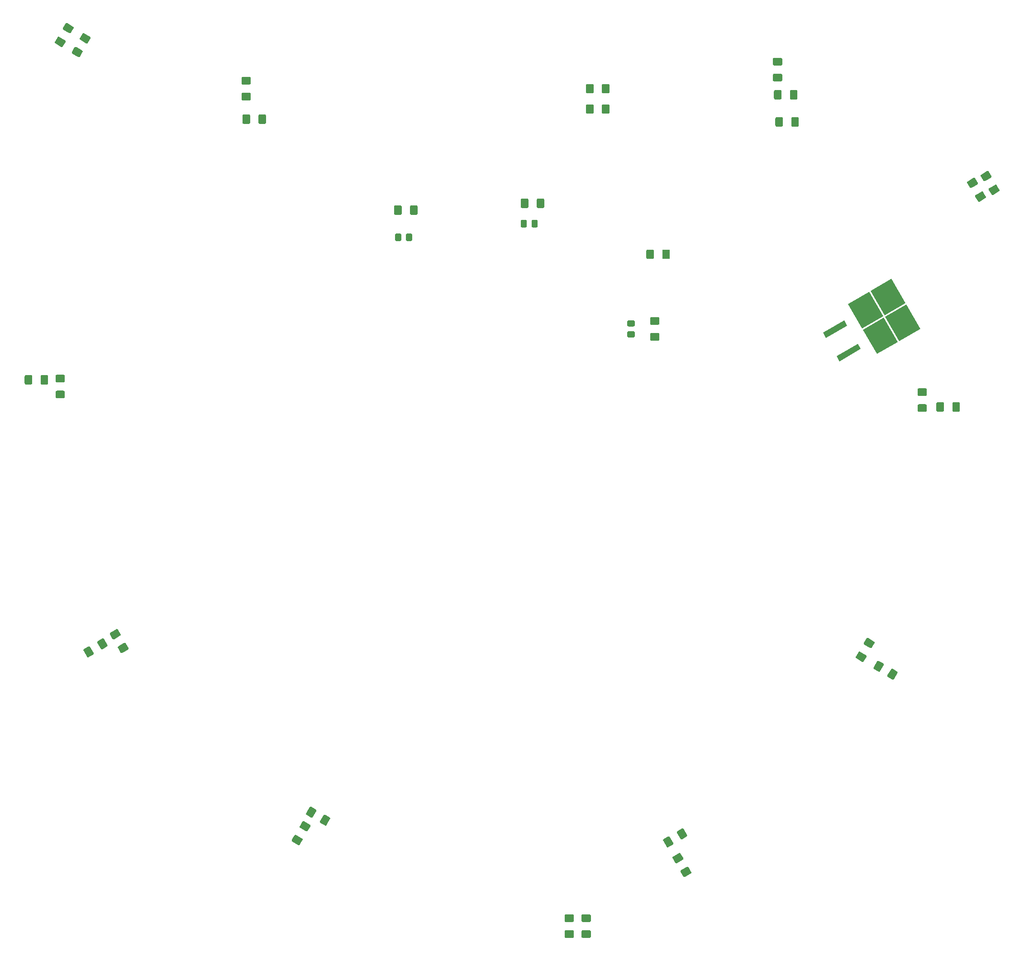
<source format=gtp>
G04 #@! TF.GenerationSoftware,KiCad,Pcbnew,5.1.5+dfsg1-2build2*
G04 #@! TF.CreationDate,2022-01-24T10:52:28+01:00*
G04 #@! TF.ProjectId,Robocup_PCB,526f626f-6375-4705-9f50-43422e6b6963,v1*
G04 #@! TF.SameCoordinates,Original*
G04 #@! TF.FileFunction,Paste,Top*
G04 #@! TF.FilePolarity,Positive*
%FSLAX46Y46*%
G04 Gerber Fmt 4.6, Leading zero omitted, Abs format (unit mm)*
G04 Created by KiCad (PCBNEW 5.1.5+dfsg1-2build2) date 2022-01-24 10:52:28*
%MOMM*%
%LPD*%
G04 APERTURE LIST*
%ADD10C,0.100000*%
G04 APERTURE END LIST*
D10*
G36*
X183219365Y-207046889D02*
G01*
X183243503Y-207051281D01*
X183267094Y-207058017D01*
X183289911Y-207067034D01*
X183311734Y-207078244D01*
X184394266Y-207703244D01*
X184414885Y-207716538D01*
X184434102Y-207731790D01*
X184451732Y-207748852D01*
X184467604Y-207767560D01*
X184481567Y-207787733D01*
X184493484Y-207809178D01*
X184503242Y-207831687D01*
X184510747Y-207855045D01*
X184515927Y-207879026D01*
X184518731Y-207903399D01*
X184519132Y-207927930D01*
X184517127Y-207952382D01*
X184512735Y-207976519D01*
X184505999Y-208000110D01*
X184496982Y-208022927D01*
X184485772Y-208044750D01*
X184023272Y-208845824D01*
X184009978Y-208866443D01*
X183994726Y-208885660D01*
X183977664Y-208903290D01*
X183958956Y-208919162D01*
X183938783Y-208933125D01*
X183917338Y-208945042D01*
X183894829Y-208954800D01*
X183871471Y-208962305D01*
X183847490Y-208967485D01*
X183823117Y-208970289D01*
X183798586Y-208970690D01*
X183774135Y-208968685D01*
X183749997Y-208964293D01*
X183726406Y-208957557D01*
X183703589Y-208948540D01*
X183681766Y-208937330D01*
X182599234Y-208312330D01*
X182578615Y-208299036D01*
X182559398Y-208283784D01*
X182541768Y-208266722D01*
X182525896Y-208248014D01*
X182511933Y-208227841D01*
X182500016Y-208206396D01*
X182490258Y-208183887D01*
X182482753Y-208160529D01*
X182477573Y-208136548D01*
X182474769Y-208112175D01*
X182474368Y-208087644D01*
X182476373Y-208063192D01*
X182480765Y-208039055D01*
X182487501Y-208015464D01*
X182496518Y-207992647D01*
X182507728Y-207970824D01*
X182970228Y-207169750D01*
X182983522Y-207149131D01*
X182998774Y-207129914D01*
X183015836Y-207112284D01*
X183034544Y-207096412D01*
X183054717Y-207082449D01*
X183076162Y-207070532D01*
X183098671Y-207060774D01*
X183122029Y-207053269D01*
X183146010Y-207048089D01*
X183170383Y-207045285D01*
X183194914Y-207044884D01*
X183219365Y-207046889D01*
G37*
G36*
X181731865Y-209623315D02*
G01*
X181756003Y-209627707D01*
X181779594Y-209634443D01*
X181802411Y-209643460D01*
X181824234Y-209654670D01*
X182906766Y-210279670D01*
X182927385Y-210292964D01*
X182946602Y-210308216D01*
X182964232Y-210325278D01*
X182980104Y-210343986D01*
X182994067Y-210364159D01*
X183005984Y-210385604D01*
X183015742Y-210408113D01*
X183023247Y-210431471D01*
X183028427Y-210455452D01*
X183031231Y-210479825D01*
X183031632Y-210504356D01*
X183029627Y-210528808D01*
X183025235Y-210552945D01*
X183018499Y-210576536D01*
X183009482Y-210599353D01*
X182998272Y-210621176D01*
X182535772Y-211422250D01*
X182522478Y-211442869D01*
X182507226Y-211462086D01*
X182490164Y-211479716D01*
X182471456Y-211495588D01*
X182451283Y-211509551D01*
X182429838Y-211521468D01*
X182407329Y-211531226D01*
X182383971Y-211538731D01*
X182359990Y-211543911D01*
X182335617Y-211546715D01*
X182311086Y-211547116D01*
X182286635Y-211545111D01*
X182262497Y-211540719D01*
X182238906Y-211533983D01*
X182216089Y-211524966D01*
X182194266Y-211513756D01*
X181111734Y-210888756D01*
X181091115Y-210875462D01*
X181071898Y-210860210D01*
X181054268Y-210843148D01*
X181038396Y-210824440D01*
X181024433Y-210804267D01*
X181012516Y-210782822D01*
X181002758Y-210760313D01*
X180995253Y-210736955D01*
X180990073Y-210712974D01*
X180987269Y-210688601D01*
X180986868Y-210664070D01*
X180988873Y-210639618D01*
X180993265Y-210615481D01*
X181000001Y-210591890D01*
X181009018Y-210569073D01*
X181020228Y-210547250D01*
X181482728Y-209746176D01*
X181496022Y-209725557D01*
X181511274Y-209706340D01*
X181528336Y-209688710D01*
X181547044Y-209672838D01*
X181567217Y-209658875D01*
X181588662Y-209646958D01*
X181611171Y-209637200D01*
X181634529Y-209629695D01*
X181658510Y-209624515D01*
X181682883Y-209621711D01*
X181707414Y-209621310D01*
X181731865Y-209623315D01*
G37*
G36*
X240226504Y-72913204D02*
G01*
X240250773Y-72916804D01*
X240274571Y-72922765D01*
X240297671Y-72931030D01*
X240319849Y-72941520D01*
X240340893Y-72954133D01*
X240360598Y-72968747D01*
X240378777Y-72985223D01*
X240395253Y-73003402D01*
X240409867Y-73023107D01*
X240422480Y-73044151D01*
X240432970Y-73066329D01*
X240441235Y-73089429D01*
X240447196Y-73113227D01*
X240450796Y-73137496D01*
X240452000Y-73162000D01*
X240452000Y-74412000D01*
X240450796Y-74436504D01*
X240447196Y-74460773D01*
X240441235Y-74484571D01*
X240432970Y-74507671D01*
X240422480Y-74529849D01*
X240409867Y-74550893D01*
X240395253Y-74570598D01*
X240378777Y-74588777D01*
X240360598Y-74605253D01*
X240340893Y-74619867D01*
X240319849Y-74632480D01*
X240297671Y-74642970D01*
X240274571Y-74651235D01*
X240250773Y-74657196D01*
X240226504Y-74660796D01*
X240202000Y-74662000D01*
X239277000Y-74662000D01*
X239252496Y-74660796D01*
X239228227Y-74657196D01*
X239204429Y-74651235D01*
X239181329Y-74642970D01*
X239159151Y-74632480D01*
X239138107Y-74619867D01*
X239118402Y-74605253D01*
X239100223Y-74588777D01*
X239083747Y-74570598D01*
X239069133Y-74550893D01*
X239056520Y-74529849D01*
X239046030Y-74507671D01*
X239037765Y-74484571D01*
X239031804Y-74460773D01*
X239028204Y-74436504D01*
X239027000Y-74412000D01*
X239027000Y-73162000D01*
X239028204Y-73137496D01*
X239031804Y-73113227D01*
X239037765Y-73089429D01*
X239046030Y-73066329D01*
X239056520Y-73044151D01*
X239069133Y-73023107D01*
X239083747Y-73003402D01*
X239100223Y-72985223D01*
X239118402Y-72968747D01*
X239138107Y-72954133D01*
X239159151Y-72941520D01*
X239181329Y-72931030D01*
X239204429Y-72922765D01*
X239228227Y-72916804D01*
X239252496Y-72913204D01*
X239277000Y-72912000D01*
X240202000Y-72912000D01*
X240226504Y-72913204D01*
G37*
G36*
X237251504Y-72913204D02*
G01*
X237275773Y-72916804D01*
X237299571Y-72922765D01*
X237322671Y-72931030D01*
X237344849Y-72941520D01*
X237365893Y-72954133D01*
X237385598Y-72968747D01*
X237403777Y-72985223D01*
X237420253Y-73003402D01*
X237434867Y-73023107D01*
X237447480Y-73044151D01*
X237457970Y-73066329D01*
X237466235Y-73089429D01*
X237472196Y-73113227D01*
X237475796Y-73137496D01*
X237477000Y-73162000D01*
X237477000Y-74412000D01*
X237475796Y-74436504D01*
X237472196Y-74460773D01*
X237466235Y-74484571D01*
X237457970Y-74507671D01*
X237447480Y-74529849D01*
X237434867Y-74550893D01*
X237420253Y-74570598D01*
X237403777Y-74588777D01*
X237385598Y-74605253D01*
X237365893Y-74619867D01*
X237344849Y-74632480D01*
X237322671Y-74642970D01*
X237299571Y-74651235D01*
X237275773Y-74657196D01*
X237251504Y-74660796D01*
X237227000Y-74662000D01*
X236302000Y-74662000D01*
X236277496Y-74660796D01*
X236253227Y-74657196D01*
X236229429Y-74651235D01*
X236206329Y-74642970D01*
X236184151Y-74632480D01*
X236163107Y-74619867D01*
X236143402Y-74605253D01*
X236125223Y-74588777D01*
X236108747Y-74570598D01*
X236094133Y-74550893D01*
X236081520Y-74529849D01*
X236071030Y-74507671D01*
X236062765Y-74484571D01*
X236056804Y-74460773D01*
X236053204Y-74436504D01*
X236052000Y-74412000D01*
X236052000Y-73162000D01*
X236053204Y-73137496D01*
X236056804Y-73113227D01*
X236062765Y-73089429D01*
X236071030Y-73066329D01*
X236081520Y-73044151D01*
X236094133Y-73023107D01*
X236108747Y-73003402D01*
X236125223Y-72985223D01*
X236143402Y-72968747D01*
X236163107Y-72954133D01*
X236184151Y-72941520D01*
X236206329Y-72931030D01*
X236229429Y-72922765D01*
X236253227Y-72916804D01*
X236277496Y-72913204D01*
X236302000Y-72912000D01*
X237227000Y-72912000D01*
X237251504Y-72913204D01*
G37*
G36*
X272430504Y-70246204D02*
G01*
X272454773Y-70249804D01*
X272478571Y-70255765D01*
X272501671Y-70264030D01*
X272523849Y-70274520D01*
X272544893Y-70287133D01*
X272564598Y-70301747D01*
X272582777Y-70318223D01*
X272599253Y-70336402D01*
X272613867Y-70356107D01*
X272626480Y-70377151D01*
X272636970Y-70399329D01*
X272645235Y-70422429D01*
X272651196Y-70446227D01*
X272654796Y-70470496D01*
X272656000Y-70495000D01*
X272656000Y-71745000D01*
X272654796Y-71769504D01*
X272651196Y-71793773D01*
X272645235Y-71817571D01*
X272636970Y-71840671D01*
X272626480Y-71862849D01*
X272613867Y-71883893D01*
X272599253Y-71903598D01*
X272582777Y-71921777D01*
X272564598Y-71938253D01*
X272544893Y-71952867D01*
X272523849Y-71965480D01*
X272501671Y-71975970D01*
X272478571Y-71984235D01*
X272454773Y-71990196D01*
X272430504Y-71993796D01*
X272406000Y-71995000D01*
X271481000Y-71995000D01*
X271456496Y-71993796D01*
X271432227Y-71990196D01*
X271408429Y-71984235D01*
X271385329Y-71975970D01*
X271363151Y-71965480D01*
X271342107Y-71952867D01*
X271322402Y-71938253D01*
X271304223Y-71921777D01*
X271287747Y-71903598D01*
X271273133Y-71883893D01*
X271260520Y-71862849D01*
X271250030Y-71840671D01*
X271241765Y-71817571D01*
X271235804Y-71793773D01*
X271232204Y-71769504D01*
X271231000Y-71745000D01*
X271231000Y-70495000D01*
X271232204Y-70470496D01*
X271235804Y-70446227D01*
X271241765Y-70422429D01*
X271250030Y-70399329D01*
X271260520Y-70377151D01*
X271273133Y-70356107D01*
X271287747Y-70336402D01*
X271304223Y-70318223D01*
X271322402Y-70301747D01*
X271342107Y-70287133D01*
X271363151Y-70274520D01*
X271385329Y-70264030D01*
X271408429Y-70255765D01*
X271432227Y-70249804D01*
X271456496Y-70246204D01*
X271481000Y-70245000D01*
X272406000Y-70245000D01*
X272430504Y-70246204D01*
G37*
G36*
X275405504Y-70246204D02*
G01*
X275429773Y-70249804D01*
X275453571Y-70255765D01*
X275476671Y-70264030D01*
X275498849Y-70274520D01*
X275519893Y-70287133D01*
X275539598Y-70301747D01*
X275557777Y-70318223D01*
X275574253Y-70336402D01*
X275588867Y-70356107D01*
X275601480Y-70377151D01*
X275611970Y-70399329D01*
X275620235Y-70422429D01*
X275626196Y-70446227D01*
X275629796Y-70470496D01*
X275631000Y-70495000D01*
X275631000Y-71745000D01*
X275629796Y-71769504D01*
X275626196Y-71793773D01*
X275620235Y-71817571D01*
X275611970Y-71840671D01*
X275601480Y-71862849D01*
X275588867Y-71883893D01*
X275574253Y-71903598D01*
X275557777Y-71921777D01*
X275539598Y-71938253D01*
X275519893Y-71952867D01*
X275498849Y-71965480D01*
X275476671Y-71975970D01*
X275453571Y-71984235D01*
X275429773Y-71990196D01*
X275405504Y-71993796D01*
X275381000Y-71995000D01*
X274456000Y-71995000D01*
X274431496Y-71993796D01*
X274407227Y-71990196D01*
X274383429Y-71984235D01*
X274360329Y-71975970D01*
X274338151Y-71965480D01*
X274317107Y-71952867D01*
X274297402Y-71938253D01*
X274279223Y-71921777D01*
X274262747Y-71903598D01*
X274248133Y-71883893D01*
X274235520Y-71862849D01*
X274225030Y-71840671D01*
X274216765Y-71817571D01*
X274210804Y-71793773D01*
X274207204Y-71769504D01*
X274206000Y-71745000D01*
X274206000Y-70495000D01*
X274207204Y-70470496D01*
X274210804Y-70446227D01*
X274216765Y-70422429D01*
X274225030Y-70399329D01*
X274235520Y-70377151D01*
X274248133Y-70356107D01*
X274262747Y-70336402D01*
X274279223Y-70318223D01*
X274297402Y-70301747D01*
X274317107Y-70287133D01*
X274338151Y-70274520D01*
X274360329Y-70264030D01*
X274383429Y-70255765D01*
X274407227Y-70249804D01*
X274431496Y-70246204D01*
X274456000Y-70245000D01*
X275381000Y-70245000D01*
X275405504Y-70246204D01*
G37*
G36*
X310188117Y-89225711D02*
G01*
X310212490Y-89228515D01*
X310236471Y-89233695D01*
X310259829Y-89241200D01*
X310282338Y-89250958D01*
X310303783Y-89262875D01*
X310323956Y-89276838D01*
X310342664Y-89292710D01*
X310359726Y-89310340D01*
X310374978Y-89329557D01*
X310388272Y-89350176D01*
X310850772Y-90151250D01*
X310861982Y-90173073D01*
X310870999Y-90195890D01*
X310877735Y-90219481D01*
X310882127Y-90243619D01*
X310884132Y-90268070D01*
X310883731Y-90292601D01*
X310880927Y-90316974D01*
X310875747Y-90340955D01*
X310868242Y-90364313D01*
X310858484Y-90386822D01*
X310846567Y-90408267D01*
X310832604Y-90428440D01*
X310816732Y-90447148D01*
X310799102Y-90464210D01*
X310779885Y-90479462D01*
X310759266Y-90492756D01*
X309676734Y-91117756D01*
X309654911Y-91128966D01*
X309632094Y-91137983D01*
X309608503Y-91144719D01*
X309584366Y-91149111D01*
X309559914Y-91151116D01*
X309535383Y-91150715D01*
X309511010Y-91147911D01*
X309487029Y-91142731D01*
X309463671Y-91135226D01*
X309441162Y-91125468D01*
X309419717Y-91113551D01*
X309399544Y-91099588D01*
X309380836Y-91083716D01*
X309363774Y-91066086D01*
X309348522Y-91046869D01*
X309335228Y-91026250D01*
X308872728Y-90225176D01*
X308861518Y-90203353D01*
X308852501Y-90180536D01*
X308845765Y-90156945D01*
X308841373Y-90132807D01*
X308839368Y-90108356D01*
X308839769Y-90083825D01*
X308842573Y-90059452D01*
X308847753Y-90035471D01*
X308855258Y-90012113D01*
X308865016Y-89989604D01*
X308876933Y-89968159D01*
X308890896Y-89947986D01*
X308906768Y-89929278D01*
X308924398Y-89912216D01*
X308943615Y-89896964D01*
X308964234Y-89883670D01*
X310046766Y-89258670D01*
X310068589Y-89247460D01*
X310091406Y-89238443D01*
X310114997Y-89231707D01*
X310139134Y-89227315D01*
X310163586Y-89225310D01*
X310188117Y-89225711D01*
G37*
G36*
X308700617Y-86649285D02*
G01*
X308724990Y-86652089D01*
X308748971Y-86657269D01*
X308772329Y-86664774D01*
X308794838Y-86674532D01*
X308816283Y-86686449D01*
X308836456Y-86700412D01*
X308855164Y-86716284D01*
X308872226Y-86733914D01*
X308887478Y-86753131D01*
X308900772Y-86773750D01*
X309363272Y-87574824D01*
X309374482Y-87596647D01*
X309383499Y-87619464D01*
X309390235Y-87643055D01*
X309394627Y-87667193D01*
X309396632Y-87691644D01*
X309396231Y-87716175D01*
X309393427Y-87740548D01*
X309388247Y-87764529D01*
X309380742Y-87787887D01*
X309370984Y-87810396D01*
X309359067Y-87831841D01*
X309345104Y-87852014D01*
X309329232Y-87870722D01*
X309311602Y-87887784D01*
X309292385Y-87903036D01*
X309271766Y-87916330D01*
X308189234Y-88541330D01*
X308167411Y-88552540D01*
X308144594Y-88561557D01*
X308121003Y-88568293D01*
X308096866Y-88572685D01*
X308072414Y-88574690D01*
X308047883Y-88574289D01*
X308023510Y-88571485D01*
X307999529Y-88566305D01*
X307976171Y-88558800D01*
X307953662Y-88549042D01*
X307932217Y-88537125D01*
X307912044Y-88523162D01*
X307893336Y-88507290D01*
X307876274Y-88489660D01*
X307861022Y-88470443D01*
X307847728Y-88449824D01*
X307385228Y-87648750D01*
X307374018Y-87626927D01*
X307365001Y-87604110D01*
X307358265Y-87580519D01*
X307353873Y-87556381D01*
X307351868Y-87531930D01*
X307352269Y-87507399D01*
X307355073Y-87483026D01*
X307360253Y-87459045D01*
X307367758Y-87435687D01*
X307377516Y-87413178D01*
X307389433Y-87391733D01*
X307403396Y-87371560D01*
X307419268Y-87352852D01*
X307436898Y-87335790D01*
X307456115Y-87320538D01*
X307476734Y-87307244D01*
X308559266Y-86682244D01*
X308581089Y-86671034D01*
X308603906Y-86662017D01*
X308627497Y-86655281D01*
X308651634Y-86650889D01*
X308676086Y-86648884D01*
X308700617Y-86649285D01*
G37*
G36*
X299607504Y-129046204D02*
G01*
X299631773Y-129049804D01*
X299655571Y-129055765D01*
X299678671Y-129064030D01*
X299700849Y-129074520D01*
X299721893Y-129087133D01*
X299741598Y-129101747D01*
X299759777Y-129118223D01*
X299776253Y-129136402D01*
X299790867Y-129156107D01*
X299803480Y-129177151D01*
X299813970Y-129199329D01*
X299822235Y-129222429D01*
X299828196Y-129246227D01*
X299831796Y-129270496D01*
X299833000Y-129295000D01*
X299833000Y-130220000D01*
X299831796Y-130244504D01*
X299828196Y-130268773D01*
X299822235Y-130292571D01*
X299813970Y-130315671D01*
X299803480Y-130337849D01*
X299790867Y-130358893D01*
X299776253Y-130378598D01*
X299759777Y-130396777D01*
X299741598Y-130413253D01*
X299721893Y-130427867D01*
X299700849Y-130440480D01*
X299678671Y-130450970D01*
X299655571Y-130459235D01*
X299631773Y-130465196D01*
X299607504Y-130468796D01*
X299583000Y-130470000D01*
X298333000Y-130470000D01*
X298308496Y-130468796D01*
X298284227Y-130465196D01*
X298260429Y-130459235D01*
X298237329Y-130450970D01*
X298215151Y-130440480D01*
X298194107Y-130427867D01*
X298174402Y-130413253D01*
X298156223Y-130396777D01*
X298139747Y-130378598D01*
X298125133Y-130358893D01*
X298112520Y-130337849D01*
X298102030Y-130315671D01*
X298093765Y-130292571D01*
X298087804Y-130268773D01*
X298084204Y-130244504D01*
X298083000Y-130220000D01*
X298083000Y-129295000D01*
X298084204Y-129270496D01*
X298087804Y-129246227D01*
X298093765Y-129222429D01*
X298102030Y-129199329D01*
X298112520Y-129177151D01*
X298125133Y-129156107D01*
X298139747Y-129136402D01*
X298156223Y-129118223D01*
X298174402Y-129101747D01*
X298194107Y-129087133D01*
X298215151Y-129074520D01*
X298237329Y-129064030D01*
X298260429Y-129055765D01*
X298284227Y-129049804D01*
X298308496Y-129046204D01*
X298333000Y-129045000D01*
X299583000Y-129045000D01*
X299607504Y-129046204D01*
G37*
G36*
X299607504Y-126071204D02*
G01*
X299631773Y-126074804D01*
X299655571Y-126080765D01*
X299678671Y-126089030D01*
X299700849Y-126099520D01*
X299721893Y-126112133D01*
X299741598Y-126126747D01*
X299759777Y-126143223D01*
X299776253Y-126161402D01*
X299790867Y-126181107D01*
X299803480Y-126202151D01*
X299813970Y-126224329D01*
X299822235Y-126247429D01*
X299828196Y-126271227D01*
X299831796Y-126295496D01*
X299833000Y-126320000D01*
X299833000Y-127245000D01*
X299831796Y-127269504D01*
X299828196Y-127293773D01*
X299822235Y-127317571D01*
X299813970Y-127340671D01*
X299803480Y-127362849D01*
X299790867Y-127383893D01*
X299776253Y-127403598D01*
X299759777Y-127421777D01*
X299741598Y-127438253D01*
X299721893Y-127452867D01*
X299700849Y-127465480D01*
X299678671Y-127475970D01*
X299655571Y-127484235D01*
X299631773Y-127490196D01*
X299607504Y-127493796D01*
X299583000Y-127495000D01*
X298333000Y-127495000D01*
X298308496Y-127493796D01*
X298284227Y-127490196D01*
X298260429Y-127484235D01*
X298237329Y-127475970D01*
X298215151Y-127465480D01*
X298194107Y-127452867D01*
X298174402Y-127438253D01*
X298156223Y-127421777D01*
X298139747Y-127403598D01*
X298125133Y-127383893D01*
X298112520Y-127362849D01*
X298102030Y-127340671D01*
X298093765Y-127317571D01*
X298087804Y-127293773D01*
X298084204Y-127269504D01*
X298083000Y-127245000D01*
X298083000Y-126320000D01*
X298084204Y-126295496D01*
X298087804Y-126271227D01*
X298093765Y-126247429D01*
X298102030Y-126224329D01*
X298112520Y-126202151D01*
X298125133Y-126181107D01*
X298139747Y-126161402D01*
X298156223Y-126143223D01*
X298174402Y-126126747D01*
X298194107Y-126112133D01*
X298215151Y-126099520D01*
X298237329Y-126089030D01*
X298260429Y-126080765D01*
X298284227Y-126074804D01*
X298308496Y-126071204D01*
X298333000Y-126070000D01*
X299583000Y-126070000D01*
X299607504Y-126071204D01*
G37*
G36*
X287268865Y-175333315D02*
G01*
X287293003Y-175337707D01*
X287316594Y-175344443D01*
X287339411Y-175353460D01*
X287361234Y-175364670D01*
X288443766Y-175989670D01*
X288464385Y-176002964D01*
X288483602Y-176018216D01*
X288501232Y-176035278D01*
X288517104Y-176053986D01*
X288531067Y-176074159D01*
X288542984Y-176095604D01*
X288552742Y-176118113D01*
X288560247Y-176141471D01*
X288565427Y-176165452D01*
X288568231Y-176189825D01*
X288568632Y-176214356D01*
X288566627Y-176238808D01*
X288562235Y-176262945D01*
X288555499Y-176286536D01*
X288546482Y-176309353D01*
X288535272Y-176331176D01*
X288072772Y-177132250D01*
X288059478Y-177152869D01*
X288044226Y-177172086D01*
X288027164Y-177189716D01*
X288008456Y-177205588D01*
X287988283Y-177219551D01*
X287966838Y-177231468D01*
X287944329Y-177241226D01*
X287920971Y-177248731D01*
X287896990Y-177253911D01*
X287872617Y-177256715D01*
X287848086Y-177257116D01*
X287823635Y-177255111D01*
X287799497Y-177250719D01*
X287775906Y-177243983D01*
X287753089Y-177234966D01*
X287731266Y-177223756D01*
X286648734Y-176598756D01*
X286628115Y-176585462D01*
X286608898Y-176570210D01*
X286591268Y-176553148D01*
X286575396Y-176534440D01*
X286561433Y-176514267D01*
X286549516Y-176492822D01*
X286539758Y-176470313D01*
X286532253Y-176446955D01*
X286527073Y-176422974D01*
X286524269Y-176398601D01*
X286523868Y-176374070D01*
X286525873Y-176349618D01*
X286530265Y-176325481D01*
X286537001Y-176301890D01*
X286546018Y-176279073D01*
X286557228Y-176257250D01*
X287019728Y-175456176D01*
X287033022Y-175435557D01*
X287048274Y-175416340D01*
X287065336Y-175398710D01*
X287084044Y-175382838D01*
X287104217Y-175368875D01*
X287125662Y-175356958D01*
X287148171Y-175347200D01*
X287171529Y-175339695D01*
X287195510Y-175334515D01*
X287219883Y-175331711D01*
X287244414Y-175331310D01*
X287268865Y-175333315D01*
G37*
G36*
X288756365Y-172756889D02*
G01*
X288780503Y-172761281D01*
X288804094Y-172768017D01*
X288826911Y-172777034D01*
X288848734Y-172788244D01*
X289931266Y-173413244D01*
X289951885Y-173426538D01*
X289971102Y-173441790D01*
X289988732Y-173458852D01*
X290004604Y-173477560D01*
X290018567Y-173497733D01*
X290030484Y-173519178D01*
X290040242Y-173541687D01*
X290047747Y-173565045D01*
X290052927Y-173589026D01*
X290055731Y-173613399D01*
X290056132Y-173637930D01*
X290054127Y-173662382D01*
X290049735Y-173686519D01*
X290042999Y-173710110D01*
X290033982Y-173732927D01*
X290022772Y-173754750D01*
X289560272Y-174555824D01*
X289546978Y-174576443D01*
X289531726Y-174595660D01*
X289514664Y-174613290D01*
X289495956Y-174629162D01*
X289475783Y-174643125D01*
X289454338Y-174655042D01*
X289431829Y-174664800D01*
X289408471Y-174672305D01*
X289384490Y-174677485D01*
X289360117Y-174680289D01*
X289335586Y-174680690D01*
X289311135Y-174678685D01*
X289286997Y-174674293D01*
X289263406Y-174667557D01*
X289240589Y-174658540D01*
X289218766Y-174647330D01*
X288136234Y-174022330D01*
X288115615Y-174009036D01*
X288096398Y-173993784D01*
X288078768Y-173976722D01*
X288062896Y-173958014D01*
X288048933Y-173937841D01*
X288037016Y-173916396D01*
X288027258Y-173893887D01*
X288019753Y-173870529D01*
X288014573Y-173846548D01*
X288011769Y-173822175D01*
X288011368Y-173797644D01*
X288013373Y-173773192D01*
X288017765Y-173749055D01*
X288024501Y-173725464D01*
X288033518Y-173702647D01*
X288044728Y-173680824D01*
X288507228Y-172879750D01*
X288520522Y-172859131D01*
X288535774Y-172839914D01*
X288552836Y-172822284D01*
X288571544Y-172806412D01*
X288591717Y-172792449D01*
X288613162Y-172780532D01*
X288635671Y-172770774D01*
X288659029Y-172763269D01*
X288683010Y-172758089D01*
X288707383Y-172755285D01*
X288731914Y-172754884D01*
X288756365Y-172756889D01*
G37*
G36*
X251546175Y-209906769D02*
G01*
X251570548Y-209909573D01*
X251594529Y-209914753D01*
X251617887Y-209922258D01*
X251640396Y-209932016D01*
X251661841Y-209943933D01*
X251682014Y-209957896D01*
X251700722Y-209973768D01*
X251717784Y-209991398D01*
X251733036Y-210010615D01*
X251746330Y-210031234D01*
X252371330Y-211113766D01*
X252382540Y-211135589D01*
X252391557Y-211158406D01*
X252398293Y-211181997D01*
X252402685Y-211206134D01*
X252404690Y-211230586D01*
X252404289Y-211255117D01*
X252401485Y-211279490D01*
X252396305Y-211303471D01*
X252388800Y-211326829D01*
X252379042Y-211349338D01*
X252367125Y-211370783D01*
X252353162Y-211390956D01*
X252337290Y-211409664D01*
X252319660Y-211426726D01*
X252300443Y-211441978D01*
X252279824Y-211455272D01*
X251478750Y-211917772D01*
X251456927Y-211928982D01*
X251434110Y-211937999D01*
X251410519Y-211944735D01*
X251386381Y-211949127D01*
X251361930Y-211951132D01*
X251337399Y-211950731D01*
X251313026Y-211947927D01*
X251289045Y-211942747D01*
X251265687Y-211935242D01*
X251243178Y-211925484D01*
X251221733Y-211913567D01*
X251201560Y-211899604D01*
X251182852Y-211883732D01*
X251165790Y-211866102D01*
X251150538Y-211846885D01*
X251137244Y-211826266D01*
X250512244Y-210743734D01*
X250501034Y-210721911D01*
X250492017Y-210699094D01*
X250485281Y-210675503D01*
X250480889Y-210651366D01*
X250478884Y-210626914D01*
X250479285Y-210602383D01*
X250482089Y-210578010D01*
X250487269Y-210554029D01*
X250494774Y-210530671D01*
X250504532Y-210508162D01*
X250516449Y-210486717D01*
X250530412Y-210466544D01*
X250546284Y-210447836D01*
X250563914Y-210430774D01*
X250583131Y-210415522D01*
X250603750Y-210402228D01*
X251404824Y-209939728D01*
X251426647Y-209928518D01*
X251449464Y-209919501D01*
X251473055Y-209912765D01*
X251497193Y-209908373D01*
X251521644Y-209906368D01*
X251546175Y-209906769D01*
G37*
G36*
X254122601Y-208419269D02*
G01*
X254146974Y-208422073D01*
X254170955Y-208427253D01*
X254194313Y-208434758D01*
X254216822Y-208444516D01*
X254238267Y-208456433D01*
X254258440Y-208470396D01*
X254277148Y-208486268D01*
X254294210Y-208503898D01*
X254309462Y-208523115D01*
X254322756Y-208543734D01*
X254947756Y-209626266D01*
X254958966Y-209648089D01*
X254967983Y-209670906D01*
X254974719Y-209694497D01*
X254979111Y-209718634D01*
X254981116Y-209743086D01*
X254980715Y-209767617D01*
X254977911Y-209791990D01*
X254972731Y-209815971D01*
X254965226Y-209839329D01*
X254955468Y-209861838D01*
X254943551Y-209883283D01*
X254929588Y-209903456D01*
X254913716Y-209922164D01*
X254896086Y-209939226D01*
X254876869Y-209954478D01*
X254856250Y-209967772D01*
X254055176Y-210430272D01*
X254033353Y-210441482D01*
X254010536Y-210450499D01*
X253986945Y-210457235D01*
X253962807Y-210461627D01*
X253938356Y-210463632D01*
X253913825Y-210463231D01*
X253889452Y-210460427D01*
X253865471Y-210455247D01*
X253842113Y-210447742D01*
X253819604Y-210437984D01*
X253798159Y-210426067D01*
X253777986Y-210412104D01*
X253759278Y-210396232D01*
X253742216Y-210378602D01*
X253726964Y-210359385D01*
X253713670Y-210338766D01*
X253088670Y-209256234D01*
X253077460Y-209234411D01*
X253068443Y-209211594D01*
X253061707Y-209188003D01*
X253057315Y-209163866D01*
X253055310Y-209139414D01*
X253055711Y-209114883D01*
X253058515Y-209090510D01*
X253063695Y-209066529D01*
X253071200Y-209043171D01*
X253080958Y-209020662D01*
X253092875Y-208999217D01*
X253106838Y-208979044D01*
X253122710Y-208960336D01*
X253140340Y-208943274D01*
X253159557Y-208928022D01*
X253180176Y-208914728D01*
X253981250Y-208452228D01*
X254003073Y-208441018D01*
X254025890Y-208432001D01*
X254049481Y-208425265D01*
X254073619Y-208420873D01*
X254098070Y-208418868D01*
X254122601Y-208419269D01*
G37*
G36*
X236742504Y-224496204D02*
G01*
X236766773Y-224499804D01*
X236790571Y-224505765D01*
X236813671Y-224514030D01*
X236835849Y-224524520D01*
X236856893Y-224537133D01*
X236876598Y-224551747D01*
X236894777Y-224568223D01*
X236911253Y-224586402D01*
X236925867Y-224606107D01*
X236938480Y-224627151D01*
X236948970Y-224649329D01*
X236957235Y-224672429D01*
X236963196Y-224696227D01*
X236966796Y-224720496D01*
X236968000Y-224745000D01*
X236968000Y-225670000D01*
X236966796Y-225694504D01*
X236963196Y-225718773D01*
X236957235Y-225742571D01*
X236948970Y-225765671D01*
X236938480Y-225787849D01*
X236925867Y-225808893D01*
X236911253Y-225828598D01*
X236894777Y-225846777D01*
X236876598Y-225863253D01*
X236856893Y-225877867D01*
X236835849Y-225890480D01*
X236813671Y-225900970D01*
X236790571Y-225909235D01*
X236766773Y-225915196D01*
X236742504Y-225918796D01*
X236718000Y-225920000D01*
X235468000Y-225920000D01*
X235443496Y-225918796D01*
X235419227Y-225915196D01*
X235395429Y-225909235D01*
X235372329Y-225900970D01*
X235350151Y-225890480D01*
X235329107Y-225877867D01*
X235309402Y-225863253D01*
X235291223Y-225846777D01*
X235274747Y-225828598D01*
X235260133Y-225808893D01*
X235247520Y-225787849D01*
X235237030Y-225765671D01*
X235228765Y-225742571D01*
X235222804Y-225718773D01*
X235219204Y-225694504D01*
X235218000Y-225670000D01*
X235218000Y-224745000D01*
X235219204Y-224720496D01*
X235222804Y-224696227D01*
X235228765Y-224672429D01*
X235237030Y-224649329D01*
X235247520Y-224627151D01*
X235260133Y-224606107D01*
X235274747Y-224586402D01*
X235291223Y-224568223D01*
X235309402Y-224551747D01*
X235329107Y-224537133D01*
X235350151Y-224524520D01*
X235372329Y-224514030D01*
X235395429Y-224505765D01*
X235419227Y-224499804D01*
X235443496Y-224496204D01*
X235468000Y-224495000D01*
X236718000Y-224495000D01*
X236742504Y-224496204D01*
G37*
G36*
X236742504Y-227471204D02*
G01*
X236766773Y-227474804D01*
X236790571Y-227480765D01*
X236813671Y-227489030D01*
X236835849Y-227499520D01*
X236856893Y-227512133D01*
X236876598Y-227526747D01*
X236894777Y-227543223D01*
X236911253Y-227561402D01*
X236925867Y-227581107D01*
X236938480Y-227602151D01*
X236948970Y-227624329D01*
X236957235Y-227647429D01*
X236963196Y-227671227D01*
X236966796Y-227695496D01*
X236968000Y-227720000D01*
X236968000Y-228645000D01*
X236966796Y-228669504D01*
X236963196Y-228693773D01*
X236957235Y-228717571D01*
X236948970Y-228740671D01*
X236938480Y-228762849D01*
X236925867Y-228783893D01*
X236911253Y-228803598D01*
X236894777Y-228821777D01*
X236876598Y-228838253D01*
X236856893Y-228852867D01*
X236835849Y-228865480D01*
X236813671Y-228875970D01*
X236790571Y-228884235D01*
X236766773Y-228890196D01*
X236742504Y-228893796D01*
X236718000Y-228895000D01*
X235468000Y-228895000D01*
X235443496Y-228893796D01*
X235419227Y-228890196D01*
X235395429Y-228884235D01*
X235372329Y-228875970D01*
X235350151Y-228865480D01*
X235329107Y-228852867D01*
X235309402Y-228838253D01*
X235291223Y-228821777D01*
X235274747Y-228803598D01*
X235260133Y-228783893D01*
X235247520Y-228762849D01*
X235237030Y-228740671D01*
X235228765Y-228717571D01*
X235222804Y-228693773D01*
X235219204Y-228669504D01*
X235218000Y-228645000D01*
X235218000Y-227720000D01*
X235219204Y-227695496D01*
X235222804Y-227671227D01*
X235228765Y-227647429D01*
X235237030Y-227624329D01*
X235247520Y-227602151D01*
X235260133Y-227581107D01*
X235274747Y-227561402D01*
X235291223Y-227543223D01*
X235309402Y-227526747D01*
X235329107Y-227512133D01*
X235350151Y-227499520D01*
X235372329Y-227489030D01*
X235395429Y-227480765D01*
X235419227Y-227474804D01*
X235443496Y-227471204D01*
X235468000Y-227470000D01*
X236718000Y-227470000D01*
X236742504Y-227471204D01*
G37*
G36*
X184584382Y-204356873D02*
G01*
X184608519Y-204361265D01*
X184632110Y-204368001D01*
X184654927Y-204377018D01*
X184676750Y-204388228D01*
X185477824Y-204850728D01*
X185498443Y-204864022D01*
X185517660Y-204879274D01*
X185535290Y-204896336D01*
X185551162Y-204915044D01*
X185565125Y-204935217D01*
X185577042Y-204956662D01*
X185586800Y-204979171D01*
X185594305Y-205002529D01*
X185599485Y-205026510D01*
X185602289Y-205050883D01*
X185602690Y-205075414D01*
X185600685Y-205099865D01*
X185596293Y-205124003D01*
X185589557Y-205147594D01*
X185580540Y-205170411D01*
X185569330Y-205192234D01*
X184944330Y-206274766D01*
X184931036Y-206295385D01*
X184915784Y-206314602D01*
X184898722Y-206332232D01*
X184880014Y-206348104D01*
X184859841Y-206362067D01*
X184838396Y-206373984D01*
X184815887Y-206383742D01*
X184792529Y-206391247D01*
X184768548Y-206396427D01*
X184744175Y-206399231D01*
X184719644Y-206399632D01*
X184695192Y-206397627D01*
X184671055Y-206393235D01*
X184647464Y-206386499D01*
X184624647Y-206377482D01*
X184602824Y-206366272D01*
X183801750Y-205903772D01*
X183781131Y-205890478D01*
X183761914Y-205875226D01*
X183744284Y-205858164D01*
X183728412Y-205839456D01*
X183714449Y-205819283D01*
X183702532Y-205797838D01*
X183692774Y-205775329D01*
X183685269Y-205751971D01*
X183680089Y-205727990D01*
X183677285Y-205703617D01*
X183676884Y-205679086D01*
X183678889Y-205654635D01*
X183683281Y-205630497D01*
X183690017Y-205606906D01*
X183699034Y-205584089D01*
X183710244Y-205562266D01*
X184335244Y-204479734D01*
X184348538Y-204459115D01*
X184363790Y-204439898D01*
X184380852Y-204422268D01*
X184399560Y-204406396D01*
X184419733Y-204392433D01*
X184441178Y-204380516D01*
X184463687Y-204370758D01*
X184487045Y-204363253D01*
X184511026Y-204358073D01*
X184535399Y-204355269D01*
X184559930Y-204354868D01*
X184584382Y-204356873D01*
G37*
G36*
X187160808Y-205844373D02*
G01*
X187184945Y-205848765D01*
X187208536Y-205855501D01*
X187231353Y-205864518D01*
X187253176Y-205875728D01*
X188054250Y-206338228D01*
X188074869Y-206351522D01*
X188094086Y-206366774D01*
X188111716Y-206383836D01*
X188127588Y-206402544D01*
X188141551Y-206422717D01*
X188153468Y-206444162D01*
X188163226Y-206466671D01*
X188170731Y-206490029D01*
X188175911Y-206514010D01*
X188178715Y-206538383D01*
X188179116Y-206562914D01*
X188177111Y-206587365D01*
X188172719Y-206611503D01*
X188165983Y-206635094D01*
X188156966Y-206657911D01*
X188145756Y-206679734D01*
X187520756Y-207762266D01*
X187507462Y-207782885D01*
X187492210Y-207802102D01*
X187475148Y-207819732D01*
X187456440Y-207835604D01*
X187436267Y-207849567D01*
X187414822Y-207861484D01*
X187392313Y-207871242D01*
X187368955Y-207878747D01*
X187344974Y-207883927D01*
X187320601Y-207886731D01*
X187296070Y-207887132D01*
X187271618Y-207885127D01*
X187247481Y-207880735D01*
X187223890Y-207873999D01*
X187201073Y-207864982D01*
X187179250Y-207853772D01*
X186378176Y-207391272D01*
X186357557Y-207377978D01*
X186338340Y-207362726D01*
X186320710Y-207345664D01*
X186304838Y-207326956D01*
X186290875Y-207306783D01*
X186278958Y-207285338D01*
X186269200Y-207262829D01*
X186261695Y-207239471D01*
X186256515Y-207215490D01*
X186253711Y-207191117D01*
X186253310Y-207166586D01*
X186255315Y-207142135D01*
X186259707Y-207117997D01*
X186266443Y-207094406D01*
X186275460Y-207071589D01*
X186286670Y-207049766D01*
X186911670Y-205967234D01*
X186924964Y-205946615D01*
X186940216Y-205927398D01*
X186957278Y-205909768D01*
X186975986Y-205893896D01*
X186996159Y-205879933D01*
X187017604Y-205868016D01*
X187040113Y-205858258D01*
X187063471Y-205850753D01*
X187087452Y-205845573D01*
X187111825Y-205842769D01*
X187136356Y-205842368D01*
X187160808Y-205844373D01*
G37*
G36*
X148299617Y-171104285D02*
G01*
X148323990Y-171107089D01*
X148347971Y-171112269D01*
X148371329Y-171119774D01*
X148393838Y-171129532D01*
X148415283Y-171141449D01*
X148435456Y-171155412D01*
X148454164Y-171171284D01*
X148471226Y-171188914D01*
X148486478Y-171208131D01*
X148499772Y-171228750D01*
X148962272Y-172029824D01*
X148973482Y-172051647D01*
X148982499Y-172074464D01*
X148989235Y-172098055D01*
X148993627Y-172122193D01*
X148995632Y-172146644D01*
X148995231Y-172171175D01*
X148992427Y-172195548D01*
X148987247Y-172219529D01*
X148979742Y-172242887D01*
X148969984Y-172265396D01*
X148958067Y-172286841D01*
X148944104Y-172307014D01*
X148928232Y-172325722D01*
X148910602Y-172342784D01*
X148891385Y-172358036D01*
X148870766Y-172371330D01*
X147788234Y-172996330D01*
X147766411Y-173007540D01*
X147743594Y-173016557D01*
X147720003Y-173023293D01*
X147695866Y-173027685D01*
X147671414Y-173029690D01*
X147646883Y-173029289D01*
X147622510Y-173026485D01*
X147598529Y-173021305D01*
X147575171Y-173013800D01*
X147552662Y-173004042D01*
X147531217Y-172992125D01*
X147511044Y-172978162D01*
X147492336Y-172962290D01*
X147475274Y-172944660D01*
X147460022Y-172925443D01*
X147446728Y-172904824D01*
X146984228Y-172103750D01*
X146973018Y-172081927D01*
X146964001Y-172059110D01*
X146957265Y-172035519D01*
X146952873Y-172011381D01*
X146950868Y-171986930D01*
X146951269Y-171962399D01*
X146954073Y-171938026D01*
X146959253Y-171914045D01*
X146966758Y-171890687D01*
X146976516Y-171868178D01*
X146988433Y-171846733D01*
X147002396Y-171826560D01*
X147018268Y-171807852D01*
X147035898Y-171790790D01*
X147055115Y-171775538D01*
X147075734Y-171762244D01*
X148158266Y-171137244D01*
X148180089Y-171126034D01*
X148202906Y-171117017D01*
X148226497Y-171110281D01*
X148250634Y-171105889D01*
X148275086Y-171103884D01*
X148299617Y-171104285D01*
G37*
G36*
X149787117Y-173680711D02*
G01*
X149811490Y-173683515D01*
X149835471Y-173688695D01*
X149858829Y-173696200D01*
X149881338Y-173705958D01*
X149902783Y-173717875D01*
X149922956Y-173731838D01*
X149941664Y-173747710D01*
X149958726Y-173765340D01*
X149973978Y-173784557D01*
X149987272Y-173805176D01*
X150449772Y-174606250D01*
X150460982Y-174628073D01*
X150469999Y-174650890D01*
X150476735Y-174674481D01*
X150481127Y-174698619D01*
X150483132Y-174723070D01*
X150482731Y-174747601D01*
X150479927Y-174771974D01*
X150474747Y-174795955D01*
X150467242Y-174819313D01*
X150457484Y-174841822D01*
X150445567Y-174863267D01*
X150431604Y-174883440D01*
X150415732Y-174902148D01*
X150398102Y-174919210D01*
X150378885Y-174934462D01*
X150358266Y-174947756D01*
X149275734Y-175572756D01*
X149253911Y-175583966D01*
X149231094Y-175592983D01*
X149207503Y-175599719D01*
X149183366Y-175604111D01*
X149158914Y-175606116D01*
X149134383Y-175605715D01*
X149110010Y-175602911D01*
X149086029Y-175597731D01*
X149062671Y-175590226D01*
X149040162Y-175580468D01*
X149018717Y-175568551D01*
X148998544Y-175554588D01*
X148979836Y-175538716D01*
X148962774Y-175521086D01*
X148947522Y-175501869D01*
X148934228Y-175481250D01*
X148471728Y-174680176D01*
X148460518Y-174658353D01*
X148451501Y-174635536D01*
X148444765Y-174611945D01*
X148440373Y-174587807D01*
X148438368Y-174563356D01*
X148438769Y-174538825D01*
X148441573Y-174514452D01*
X148446753Y-174490471D01*
X148454258Y-174467113D01*
X148464016Y-174444604D01*
X148475933Y-174423159D01*
X148489896Y-174402986D01*
X148505768Y-174384278D01*
X148523398Y-174367216D01*
X148542615Y-174351964D01*
X148563234Y-174338670D01*
X149645766Y-173713670D01*
X149667589Y-173702460D01*
X149690406Y-173693443D01*
X149713997Y-173686707D01*
X149738134Y-173682315D01*
X149762586Y-173680310D01*
X149787117Y-173680711D01*
G37*
G36*
X138317504Y-123531204D02*
G01*
X138341773Y-123534804D01*
X138365571Y-123540765D01*
X138388671Y-123549030D01*
X138410849Y-123559520D01*
X138431893Y-123572133D01*
X138451598Y-123586747D01*
X138469777Y-123603223D01*
X138486253Y-123621402D01*
X138500867Y-123641107D01*
X138513480Y-123662151D01*
X138523970Y-123684329D01*
X138532235Y-123707429D01*
X138538196Y-123731227D01*
X138541796Y-123755496D01*
X138543000Y-123780000D01*
X138543000Y-124705000D01*
X138541796Y-124729504D01*
X138538196Y-124753773D01*
X138532235Y-124777571D01*
X138523970Y-124800671D01*
X138513480Y-124822849D01*
X138500867Y-124843893D01*
X138486253Y-124863598D01*
X138469777Y-124881777D01*
X138451598Y-124898253D01*
X138431893Y-124912867D01*
X138410849Y-124925480D01*
X138388671Y-124935970D01*
X138365571Y-124944235D01*
X138341773Y-124950196D01*
X138317504Y-124953796D01*
X138293000Y-124955000D01*
X137043000Y-124955000D01*
X137018496Y-124953796D01*
X136994227Y-124950196D01*
X136970429Y-124944235D01*
X136947329Y-124935970D01*
X136925151Y-124925480D01*
X136904107Y-124912867D01*
X136884402Y-124898253D01*
X136866223Y-124881777D01*
X136849747Y-124863598D01*
X136835133Y-124843893D01*
X136822520Y-124822849D01*
X136812030Y-124800671D01*
X136803765Y-124777571D01*
X136797804Y-124753773D01*
X136794204Y-124729504D01*
X136793000Y-124705000D01*
X136793000Y-123780000D01*
X136794204Y-123755496D01*
X136797804Y-123731227D01*
X136803765Y-123707429D01*
X136812030Y-123684329D01*
X136822520Y-123662151D01*
X136835133Y-123641107D01*
X136849747Y-123621402D01*
X136866223Y-123603223D01*
X136884402Y-123586747D01*
X136904107Y-123572133D01*
X136925151Y-123559520D01*
X136947329Y-123549030D01*
X136970429Y-123540765D01*
X136994227Y-123534804D01*
X137018496Y-123531204D01*
X137043000Y-123530000D01*
X138293000Y-123530000D01*
X138317504Y-123531204D01*
G37*
G36*
X138317504Y-126506204D02*
G01*
X138341773Y-126509804D01*
X138365571Y-126515765D01*
X138388671Y-126524030D01*
X138410849Y-126534520D01*
X138431893Y-126547133D01*
X138451598Y-126561747D01*
X138469777Y-126578223D01*
X138486253Y-126596402D01*
X138500867Y-126616107D01*
X138513480Y-126637151D01*
X138523970Y-126659329D01*
X138532235Y-126682429D01*
X138538196Y-126706227D01*
X138541796Y-126730496D01*
X138543000Y-126755000D01*
X138543000Y-127680000D01*
X138541796Y-127704504D01*
X138538196Y-127728773D01*
X138532235Y-127752571D01*
X138523970Y-127775671D01*
X138513480Y-127797849D01*
X138500867Y-127818893D01*
X138486253Y-127838598D01*
X138469777Y-127856777D01*
X138451598Y-127873253D01*
X138431893Y-127887867D01*
X138410849Y-127900480D01*
X138388671Y-127910970D01*
X138365571Y-127919235D01*
X138341773Y-127925196D01*
X138317504Y-127928796D01*
X138293000Y-127930000D01*
X137043000Y-127930000D01*
X137018496Y-127928796D01*
X136994227Y-127925196D01*
X136970429Y-127919235D01*
X136947329Y-127910970D01*
X136925151Y-127900480D01*
X136904107Y-127887867D01*
X136884402Y-127873253D01*
X136866223Y-127856777D01*
X136849747Y-127838598D01*
X136835133Y-127818893D01*
X136822520Y-127797849D01*
X136812030Y-127775671D01*
X136803765Y-127752571D01*
X136797804Y-127728773D01*
X136794204Y-127704504D01*
X136793000Y-127680000D01*
X136793000Y-126755000D01*
X136794204Y-126730496D01*
X136797804Y-126706227D01*
X136803765Y-126682429D01*
X136812030Y-126659329D01*
X136822520Y-126637151D01*
X136835133Y-126616107D01*
X136849747Y-126596402D01*
X136866223Y-126578223D01*
X136884402Y-126561747D01*
X136904107Y-126547133D01*
X136925151Y-126534520D01*
X136947329Y-126524030D01*
X136970429Y-126515765D01*
X136994227Y-126509804D01*
X137018496Y-126506204D01*
X137043000Y-126505000D01*
X138293000Y-126505000D01*
X138317504Y-126506204D01*
G37*
G36*
X142071365Y-59599889D02*
G01*
X142095503Y-59604281D01*
X142119094Y-59611017D01*
X142141911Y-59620034D01*
X142163734Y-59631244D01*
X143246266Y-60256244D01*
X143266885Y-60269538D01*
X143286102Y-60284790D01*
X143303732Y-60301852D01*
X143319604Y-60320560D01*
X143333567Y-60340733D01*
X143345484Y-60362178D01*
X143355242Y-60384687D01*
X143362747Y-60408045D01*
X143367927Y-60432026D01*
X143370731Y-60456399D01*
X143371132Y-60480930D01*
X143369127Y-60505382D01*
X143364735Y-60529519D01*
X143357999Y-60553110D01*
X143348982Y-60575927D01*
X143337772Y-60597750D01*
X142875272Y-61398824D01*
X142861978Y-61419443D01*
X142846726Y-61438660D01*
X142829664Y-61456290D01*
X142810956Y-61472162D01*
X142790783Y-61486125D01*
X142769338Y-61498042D01*
X142746829Y-61507800D01*
X142723471Y-61515305D01*
X142699490Y-61520485D01*
X142675117Y-61523289D01*
X142650586Y-61523690D01*
X142626135Y-61521685D01*
X142601997Y-61517293D01*
X142578406Y-61510557D01*
X142555589Y-61501540D01*
X142533766Y-61490330D01*
X141451234Y-60865330D01*
X141430615Y-60852036D01*
X141411398Y-60836784D01*
X141393768Y-60819722D01*
X141377896Y-60801014D01*
X141363933Y-60780841D01*
X141352016Y-60759396D01*
X141342258Y-60736887D01*
X141334753Y-60713529D01*
X141329573Y-60689548D01*
X141326769Y-60665175D01*
X141326368Y-60640644D01*
X141328373Y-60616192D01*
X141332765Y-60592055D01*
X141339501Y-60568464D01*
X141348518Y-60545647D01*
X141359728Y-60523824D01*
X141822228Y-59722750D01*
X141835522Y-59702131D01*
X141850774Y-59682914D01*
X141867836Y-59665284D01*
X141886544Y-59649412D01*
X141906717Y-59635449D01*
X141928162Y-59623532D01*
X141950671Y-59613774D01*
X141974029Y-59606269D01*
X141998010Y-59601089D01*
X142022383Y-59598285D01*
X142046914Y-59597884D01*
X142071365Y-59599889D01*
G37*
G36*
X140583865Y-62176315D02*
G01*
X140608003Y-62180707D01*
X140631594Y-62187443D01*
X140654411Y-62196460D01*
X140676234Y-62207670D01*
X141758766Y-62832670D01*
X141779385Y-62845964D01*
X141798602Y-62861216D01*
X141816232Y-62878278D01*
X141832104Y-62896986D01*
X141846067Y-62917159D01*
X141857984Y-62938604D01*
X141867742Y-62961113D01*
X141875247Y-62984471D01*
X141880427Y-63008452D01*
X141883231Y-63032825D01*
X141883632Y-63057356D01*
X141881627Y-63081808D01*
X141877235Y-63105945D01*
X141870499Y-63129536D01*
X141861482Y-63152353D01*
X141850272Y-63174176D01*
X141387772Y-63975250D01*
X141374478Y-63995869D01*
X141359226Y-64015086D01*
X141342164Y-64032716D01*
X141323456Y-64048588D01*
X141303283Y-64062551D01*
X141281838Y-64074468D01*
X141259329Y-64084226D01*
X141235971Y-64091731D01*
X141211990Y-64096911D01*
X141187617Y-64099715D01*
X141163086Y-64100116D01*
X141138635Y-64098111D01*
X141114497Y-64093719D01*
X141090906Y-64086983D01*
X141068089Y-64077966D01*
X141046266Y-64066756D01*
X139963734Y-63441756D01*
X139943115Y-63428462D01*
X139923898Y-63413210D01*
X139906268Y-63396148D01*
X139890396Y-63377440D01*
X139876433Y-63357267D01*
X139864516Y-63335822D01*
X139854758Y-63313313D01*
X139847253Y-63289955D01*
X139842073Y-63265974D01*
X139839269Y-63241601D01*
X139838868Y-63217070D01*
X139840873Y-63192618D01*
X139845265Y-63168481D01*
X139852001Y-63144890D01*
X139861018Y-63122073D01*
X139872228Y-63100250D01*
X140334728Y-62299176D01*
X140348022Y-62278557D01*
X140363274Y-62259340D01*
X140380336Y-62241710D01*
X140399044Y-62225838D01*
X140419217Y-62211875D01*
X140440662Y-62199958D01*
X140463171Y-62190200D01*
X140486529Y-62182695D01*
X140510510Y-62177515D01*
X140534883Y-62174711D01*
X140559414Y-62174310D01*
X140583865Y-62176315D01*
G37*
G36*
X172989504Y-74818204D02*
G01*
X173013773Y-74821804D01*
X173037571Y-74827765D01*
X173060671Y-74836030D01*
X173082849Y-74846520D01*
X173103893Y-74859133D01*
X173123598Y-74873747D01*
X173141777Y-74890223D01*
X173158253Y-74908402D01*
X173172867Y-74928107D01*
X173185480Y-74949151D01*
X173195970Y-74971329D01*
X173204235Y-74994429D01*
X173210196Y-75018227D01*
X173213796Y-75042496D01*
X173215000Y-75067000D01*
X173215000Y-76317000D01*
X173213796Y-76341504D01*
X173210196Y-76365773D01*
X173204235Y-76389571D01*
X173195970Y-76412671D01*
X173185480Y-76434849D01*
X173172867Y-76455893D01*
X173158253Y-76475598D01*
X173141777Y-76493777D01*
X173123598Y-76510253D01*
X173103893Y-76524867D01*
X173082849Y-76537480D01*
X173060671Y-76547970D01*
X173037571Y-76556235D01*
X173013773Y-76562196D01*
X172989504Y-76565796D01*
X172965000Y-76567000D01*
X172040000Y-76567000D01*
X172015496Y-76565796D01*
X171991227Y-76562196D01*
X171967429Y-76556235D01*
X171944329Y-76547970D01*
X171922151Y-76537480D01*
X171901107Y-76524867D01*
X171881402Y-76510253D01*
X171863223Y-76493777D01*
X171846747Y-76475598D01*
X171832133Y-76455893D01*
X171819520Y-76434849D01*
X171809030Y-76412671D01*
X171800765Y-76389571D01*
X171794804Y-76365773D01*
X171791204Y-76341504D01*
X171790000Y-76317000D01*
X171790000Y-75067000D01*
X171791204Y-75042496D01*
X171794804Y-75018227D01*
X171800765Y-74994429D01*
X171809030Y-74971329D01*
X171819520Y-74949151D01*
X171832133Y-74928107D01*
X171846747Y-74908402D01*
X171863223Y-74890223D01*
X171881402Y-74873747D01*
X171901107Y-74859133D01*
X171922151Y-74846520D01*
X171944329Y-74836030D01*
X171967429Y-74827765D01*
X171991227Y-74821804D01*
X172015496Y-74818204D01*
X172040000Y-74817000D01*
X172965000Y-74817000D01*
X172989504Y-74818204D01*
G37*
G36*
X175964504Y-74818204D02*
G01*
X175988773Y-74821804D01*
X176012571Y-74827765D01*
X176035671Y-74836030D01*
X176057849Y-74846520D01*
X176078893Y-74859133D01*
X176098598Y-74873747D01*
X176116777Y-74890223D01*
X176133253Y-74908402D01*
X176147867Y-74928107D01*
X176160480Y-74949151D01*
X176170970Y-74971329D01*
X176179235Y-74994429D01*
X176185196Y-75018227D01*
X176188796Y-75042496D01*
X176190000Y-75067000D01*
X176190000Y-76317000D01*
X176188796Y-76341504D01*
X176185196Y-76365773D01*
X176179235Y-76389571D01*
X176170970Y-76412671D01*
X176160480Y-76434849D01*
X176147867Y-76455893D01*
X176133253Y-76475598D01*
X176116777Y-76493777D01*
X176098598Y-76510253D01*
X176078893Y-76524867D01*
X176057849Y-76537480D01*
X176035671Y-76547970D01*
X176012571Y-76556235D01*
X175988773Y-76562196D01*
X175964504Y-76565796D01*
X175940000Y-76567000D01*
X175015000Y-76567000D01*
X174990496Y-76565796D01*
X174966227Y-76562196D01*
X174942429Y-76556235D01*
X174919329Y-76547970D01*
X174897151Y-76537480D01*
X174876107Y-76524867D01*
X174856402Y-76510253D01*
X174838223Y-76493777D01*
X174821747Y-76475598D01*
X174807133Y-76455893D01*
X174794520Y-76434849D01*
X174784030Y-76412671D01*
X174775765Y-76389571D01*
X174769804Y-76365773D01*
X174766204Y-76341504D01*
X174765000Y-76317000D01*
X174765000Y-75067000D01*
X174766204Y-75042496D01*
X174769804Y-75018227D01*
X174775765Y-74994429D01*
X174784030Y-74971329D01*
X174794520Y-74949151D01*
X174807133Y-74928107D01*
X174821747Y-74908402D01*
X174838223Y-74890223D01*
X174856402Y-74873747D01*
X174876107Y-74859133D01*
X174897151Y-74846520D01*
X174919329Y-74836030D01*
X174942429Y-74827765D01*
X174966227Y-74821804D01*
X174990496Y-74818204D01*
X175015000Y-74817000D01*
X175940000Y-74817000D01*
X175964504Y-74818204D01*
G37*
G36*
X275659504Y-75326204D02*
G01*
X275683773Y-75329804D01*
X275707571Y-75335765D01*
X275730671Y-75344030D01*
X275752849Y-75354520D01*
X275773893Y-75367133D01*
X275793598Y-75381747D01*
X275811777Y-75398223D01*
X275828253Y-75416402D01*
X275842867Y-75436107D01*
X275855480Y-75457151D01*
X275865970Y-75479329D01*
X275874235Y-75502429D01*
X275880196Y-75526227D01*
X275883796Y-75550496D01*
X275885000Y-75575000D01*
X275885000Y-76825000D01*
X275883796Y-76849504D01*
X275880196Y-76873773D01*
X275874235Y-76897571D01*
X275865970Y-76920671D01*
X275855480Y-76942849D01*
X275842867Y-76963893D01*
X275828253Y-76983598D01*
X275811777Y-77001777D01*
X275793598Y-77018253D01*
X275773893Y-77032867D01*
X275752849Y-77045480D01*
X275730671Y-77055970D01*
X275707571Y-77064235D01*
X275683773Y-77070196D01*
X275659504Y-77073796D01*
X275635000Y-77075000D01*
X274710000Y-77075000D01*
X274685496Y-77073796D01*
X274661227Y-77070196D01*
X274637429Y-77064235D01*
X274614329Y-77055970D01*
X274592151Y-77045480D01*
X274571107Y-77032867D01*
X274551402Y-77018253D01*
X274533223Y-77001777D01*
X274516747Y-76983598D01*
X274502133Y-76963893D01*
X274489520Y-76942849D01*
X274479030Y-76920671D01*
X274470765Y-76897571D01*
X274464804Y-76873773D01*
X274461204Y-76849504D01*
X274460000Y-76825000D01*
X274460000Y-75575000D01*
X274461204Y-75550496D01*
X274464804Y-75526227D01*
X274470765Y-75502429D01*
X274479030Y-75479329D01*
X274489520Y-75457151D01*
X274502133Y-75436107D01*
X274516747Y-75416402D01*
X274533223Y-75398223D01*
X274551402Y-75381747D01*
X274571107Y-75367133D01*
X274592151Y-75354520D01*
X274614329Y-75344030D01*
X274637429Y-75335765D01*
X274661227Y-75329804D01*
X274685496Y-75326204D01*
X274710000Y-75325000D01*
X275635000Y-75325000D01*
X275659504Y-75326204D01*
G37*
G36*
X272684504Y-75326204D02*
G01*
X272708773Y-75329804D01*
X272732571Y-75335765D01*
X272755671Y-75344030D01*
X272777849Y-75354520D01*
X272798893Y-75367133D01*
X272818598Y-75381747D01*
X272836777Y-75398223D01*
X272853253Y-75416402D01*
X272867867Y-75436107D01*
X272880480Y-75457151D01*
X272890970Y-75479329D01*
X272899235Y-75502429D01*
X272905196Y-75526227D01*
X272908796Y-75550496D01*
X272910000Y-75575000D01*
X272910000Y-76825000D01*
X272908796Y-76849504D01*
X272905196Y-76873773D01*
X272899235Y-76897571D01*
X272890970Y-76920671D01*
X272880480Y-76942849D01*
X272867867Y-76963893D01*
X272853253Y-76983598D01*
X272836777Y-77001777D01*
X272818598Y-77018253D01*
X272798893Y-77032867D01*
X272777849Y-77045480D01*
X272755671Y-77055970D01*
X272732571Y-77064235D01*
X272708773Y-77070196D01*
X272684504Y-77073796D01*
X272660000Y-77075000D01*
X271735000Y-77075000D01*
X271710496Y-77073796D01*
X271686227Y-77070196D01*
X271662429Y-77064235D01*
X271639329Y-77055970D01*
X271617151Y-77045480D01*
X271596107Y-77032867D01*
X271576402Y-77018253D01*
X271558223Y-77001777D01*
X271541747Y-76983598D01*
X271527133Y-76963893D01*
X271514520Y-76942849D01*
X271504030Y-76920671D01*
X271495765Y-76897571D01*
X271489804Y-76873773D01*
X271486204Y-76849504D01*
X271485000Y-76825000D01*
X271485000Y-75575000D01*
X271486204Y-75550496D01*
X271489804Y-75526227D01*
X271495765Y-75502429D01*
X271504030Y-75479329D01*
X271514520Y-75457151D01*
X271527133Y-75436107D01*
X271541747Y-75416402D01*
X271558223Y-75398223D01*
X271576402Y-75381747D01*
X271596107Y-75367133D01*
X271617151Y-75354520D01*
X271639329Y-75344030D01*
X271662429Y-75335765D01*
X271686227Y-75329804D01*
X271710496Y-75326204D01*
X271735000Y-75325000D01*
X272660000Y-75325000D01*
X272684504Y-75326204D01*
G37*
G36*
X224749505Y-94551204D02*
G01*
X224773773Y-94554804D01*
X224797572Y-94560765D01*
X224820671Y-94569030D01*
X224842850Y-94579520D01*
X224863893Y-94592132D01*
X224883599Y-94606747D01*
X224901777Y-94623223D01*
X224918253Y-94641401D01*
X224932868Y-94661107D01*
X224945480Y-94682150D01*
X224955970Y-94704329D01*
X224964235Y-94727428D01*
X224970196Y-94751227D01*
X224973796Y-94775495D01*
X224975000Y-94799999D01*
X224975000Y-95700001D01*
X224973796Y-95724505D01*
X224970196Y-95748773D01*
X224964235Y-95772572D01*
X224955970Y-95795671D01*
X224945480Y-95817850D01*
X224932868Y-95838893D01*
X224918253Y-95858599D01*
X224901777Y-95876777D01*
X224883599Y-95893253D01*
X224863893Y-95907868D01*
X224842850Y-95920480D01*
X224820671Y-95930970D01*
X224797572Y-95939235D01*
X224773773Y-95945196D01*
X224749505Y-95948796D01*
X224725001Y-95950000D01*
X224074999Y-95950000D01*
X224050495Y-95948796D01*
X224026227Y-95945196D01*
X224002428Y-95939235D01*
X223979329Y-95930970D01*
X223957150Y-95920480D01*
X223936107Y-95907868D01*
X223916401Y-95893253D01*
X223898223Y-95876777D01*
X223881747Y-95858599D01*
X223867132Y-95838893D01*
X223854520Y-95817850D01*
X223844030Y-95795671D01*
X223835765Y-95772572D01*
X223829804Y-95748773D01*
X223826204Y-95724505D01*
X223825000Y-95700001D01*
X223825000Y-94799999D01*
X223826204Y-94775495D01*
X223829804Y-94751227D01*
X223835765Y-94727428D01*
X223844030Y-94704329D01*
X223854520Y-94682150D01*
X223867132Y-94661107D01*
X223881747Y-94641401D01*
X223898223Y-94623223D01*
X223916401Y-94606747D01*
X223936107Y-94592132D01*
X223957150Y-94579520D01*
X223979329Y-94569030D01*
X224002428Y-94560765D01*
X224026227Y-94554804D01*
X224050495Y-94551204D01*
X224074999Y-94550000D01*
X224725001Y-94550000D01*
X224749505Y-94551204D01*
G37*
G36*
X226799505Y-94551204D02*
G01*
X226823773Y-94554804D01*
X226847572Y-94560765D01*
X226870671Y-94569030D01*
X226892850Y-94579520D01*
X226913893Y-94592132D01*
X226933599Y-94606747D01*
X226951777Y-94623223D01*
X226968253Y-94641401D01*
X226982868Y-94661107D01*
X226995480Y-94682150D01*
X227005970Y-94704329D01*
X227014235Y-94727428D01*
X227020196Y-94751227D01*
X227023796Y-94775495D01*
X227025000Y-94799999D01*
X227025000Y-95700001D01*
X227023796Y-95724505D01*
X227020196Y-95748773D01*
X227014235Y-95772572D01*
X227005970Y-95795671D01*
X226995480Y-95817850D01*
X226982868Y-95838893D01*
X226968253Y-95858599D01*
X226951777Y-95876777D01*
X226933599Y-95893253D01*
X226913893Y-95907868D01*
X226892850Y-95920480D01*
X226870671Y-95930970D01*
X226847572Y-95939235D01*
X226823773Y-95945196D01*
X226799505Y-95948796D01*
X226775001Y-95950000D01*
X226124999Y-95950000D01*
X226100495Y-95948796D01*
X226076227Y-95945196D01*
X226052428Y-95939235D01*
X226029329Y-95930970D01*
X226007150Y-95920480D01*
X225986107Y-95907868D01*
X225966401Y-95893253D01*
X225948223Y-95876777D01*
X225931747Y-95858599D01*
X225917132Y-95838893D01*
X225904520Y-95817850D01*
X225894030Y-95795671D01*
X225885765Y-95772572D01*
X225879804Y-95748773D01*
X225876204Y-95724505D01*
X225875000Y-95700001D01*
X225875000Y-94799999D01*
X225876204Y-94775495D01*
X225879804Y-94751227D01*
X225885765Y-94727428D01*
X225894030Y-94704329D01*
X225904520Y-94682150D01*
X225917132Y-94661107D01*
X225931747Y-94641401D01*
X225948223Y-94623223D01*
X225966401Y-94606747D01*
X225986107Y-94592132D01*
X226007150Y-94579520D01*
X226029329Y-94569030D01*
X226052428Y-94560765D01*
X226076227Y-94554804D01*
X226100495Y-94551204D01*
X226124999Y-94550000D01*
X226775001Y-94550000D01*
X226799505Y-94551204D01*
G37*
G36*
X244949505Y-113336204D02*
G01*
X244973773Y-113339804D01*
X244997572Y-113345765D01*
X245020671Y-113354030D01*
X245042850Y-113364520D01*
X245063893Y-113377132D01*
X245083599Y-113391747D01*
X245101777Y-113408223D01*
X245118253Y-113426401D01*
X245132868Y-113446107D01*
X245145480Y-113467150D01*
X245155970Y-113489329D01*
X245164235Y-113512428D01*
X245170196Y-113536227D01*
X245173796Y-113560495D01*
X245175000Y-113584999D01*
X245175000Y-114235001D01*
X245173796Y-114259505D01*
X245170196Y-114283773D01*
X245164235Y-114307572D01*
X245155970Y-114330671D01*
X245145480Y-114352850D01*
X245132868Y-114373893D01*
X245118253Y-114393599D01*
X245101777Y-114411777D01*
X245083599Y-114428253D01*
X245063893Y-114442868D01*
X245042850Y-114455480D01*
X245020671Y-114465970D01*
X244997572Y-114474235D01*
X244973773Y-114480196D01*
X244949505Y-114483796D01*
X244925001Y-114485000D01*
X244024999Y-114485000D01*
X244000495Y-114483796D01*
X243976227Y-114480196D01*
X243952428Y-114474235D01*
X243929329Y-114465970D01*
X243907150Y-114455480D01*
X243886107Y-114442868D01*
X243866401Y-114428253D01*
X243848223Y-114411777D01*
X243831747Y-114393599D01*
X243817132Y-114373893D01*
X243804520Y-114352850D01*
X243794030Y-114330671D01*
X243785765Y-114307572D01*
X243779804Y-114283773D01*
X243776204Y-114259505D01*
X243775000Y-114235001D01*
X243775000Y-113584999D01*
X243776204Y-113560495D01*
X243779804Y-113536227D01*
X243785765Y-113512428D01*
X243794030Y-113489329D01*
X243804520Y-113467150D01*
X243817132Y-113446107D01*
X243831747Y-113426401D01*
X243848223Y-113408223D01*
X243866401Y-113391747D01*
X243886107Y-113377132D01*
X243907150Y-113364520D01*
X243929329Y-113354030D01*
X243952428Y-113345765D01*
X243976227Y-113339804D01*
X244000495Y-113336204D01*
X244024999Y-113335000D01*
X244925001Y-113335000D01*
X244949505Y-113336204D01*
G37*
G36*
X244949505Y-115386204D02*
G01*
X244973773Y-115389804D01*
X244997572Y-115395765D01*
X245020671Y-115404030D01*
X245042850Y-115414520D01*
X245063893Y-115427132D01*
X245083599Y-115441747D01*
X245101777Y-115458223D01*
X245118253Y-115476401D01*
X245132868Y-115496107D01*
X245145480Y-115517150D01*
X245155970Y-115539329D01*
X245164235Y-115562428D01*
X245170196Y-115586227D01*
X245173796Y-115610495D01*
X245175000Y-115634999D01*
X245175000Y-116285001D01*
X245173796Y-116309505D01*
X245170196Y-116333773D01*
X245164235Y-116357572D01*
X245155970Y-116380671D01*
X245145480Y-116402850D01*
X245132868Y-116423893D01*
X245118253Y-116443599D01*
X245101777Y-116461777D01*
X245083599Y-116478253D01*
X245063893Y-116492868D01*
X245042850Y-116505480D01*
X245020671Y-116515970D01*
X244997572Y-116524235D01*
X244973773Y-116530196D01*
X244949505Y-116533796D01*
X244925001Y-116535000D01*
X244024999Y-116535000D01*
X244000495Y-116533796D01*
X243976227Y-116530196D01*
X243952428Y-116524235D01*
X243929329Y-116515970D01*
X243907150Y-116505480D01*
X243886107Y-116492868D01*
X243866401Y-116478253D01*
X243848223Y-116461777D01*
X243831747Y-116443599D01*
X243817132Y-116423893D01*
X243804520Y-116402850D01*
X243794030Y-116380671D01*
X243785765Y-116357572D01*
X243779804Y-116333773D01*
X243776204Y-116309505D01*
X243775000Y-116285001D01*
X243775000Y-115634999D01*
X243776204Y-115610495D01*
X243779804Y-115586227D01*
X243785765Y-115562428D01*
X243794030Y-115539329D01*
X243804520Y-115517150D01*
X243817132Y-115496107D01*
X243831747Y-115476401D01*
X243848223Y-115458223D01*
X243866401Y-115441747D01*
X243886107Y-115427132D01*
X243907150Y-115414520D01*
X243929329Y-115404030D01*
X243952428Y-115395765D01*
X243976227Y-115389804D01*
X244000495Y-115386204D01*
X244024999Y-115385000D01*
X244925001Y-115385000D01*
X244949505Y-115386204D01*
G37*
G36*
X201254505Y-97091204D02*
G01*
X201278773Y-97094804D01*
X201302572Y-97100765D01*
X201325671Y-97109030D01*
X201347850Y-97119520D01*
X201368893Y-97132132D01*
X201388599Y-97146747D01*
X201406777Y-97163223D01*
X201423253Y-97181401D01*
X201437868Y-97201107D01*
X201450480Y-97222150D01*
X201460970Y-97244329D01*
X201469235Y-97267428D01*
X201475196Y-97291227D01*
X201478796Y-97315495D01*
X201480000Y-97339999D01*
X201480000Y-98240001D01*
X201478796Y-98264505D01*
X201475196Y-98288773D01*
X201469235Y-98312572D01*
X201460970Y-98335671D01*
X201450480Y-98357850D01*
X201437868Y-98378893D01*
X201423253Y-98398599D01*
X201406777Y-98416777D01*
X201388599Y-98433253D01*
X201368893Y-98447868D01*
X201347850Y-98460480D01*
X201325671Y-98470970D01*
X201302572Y-98479235D01*
X201278773Y-98485196D01*
X201254505Y-98488796D01*
X201230001Y-98490000D01*
X200579999Y-98490000D01*
X200555495Y-98488796D01*
X200531227Y-98485196D01*
X200507428Y-98479235D01*
X200484329Y-98470970D01*
X200462150Y-98460480D01*
X200441107Y-98447868D01*
X200421401Y-98433253D01*
X200403223Y-98416777D01*
X200386747Y-98398599D01*
X200372132Y-98378893D01*
X200359520Y-98357850D01*
X200349030Y-98335671D01*
X200340765Y-98312572D01*
X200334804Y-98288773D01*
X200331204Y-98264505D01*
X200330000Y-98240001D01*
X200330000Y-97339999D01*
X200331204Y-97315495D01*
X200334804Y-97291227D01*
X200340765Y-97267428D01*
X200349030Y-97244329D01*
X200359520Y-97222150D01*
X200372132Y-97201107D01*
X200386747Y-97181401D01*
X200403223Y-97163223D01*
X200421401Y-97146747D01*
X200441107Y-97132132D01*
X200462150Y-97119520D01*
X200484329Y-97109030D01*
X200507428Y-97100765D01*
X200531227Y-97094804D01*
X200555495Y-97091204D01*
X200579999Y-97090000D01*
X201230001Y-97090000D01*
X201254505Y-97091204D01*
G37*
G36*
X203304505Y-97091204D02*
G01*
X203328773Y-97094804D01*
X203352572Y-97100765D01*
X203375671Y-97109030D01*
X203397850Y-97119520D01*
X203418893Y-97132132D01*
X203438599Y-97146747D01*
X203456777Y-97163223D01*
X203473253Y-97181401D01*
X203487868Y-97201107D01*
X203500480Y-97222150D01*
X203510970Y-97244329D01*
X203519235Y-97267428D01*
X203525196Y-97291227D01*
X203528796Y-97315495D01*
X203530000Y-97339999D01*
X203530000Y-98240001D01*
X203528796Y-98264505D01*
X203525196Y-98288773D01*
X203519235Y-98312572D01*
X203510970Y-98335671D01*
X203500480Y-98357850D01*
X203487868Y-98378893D01*
X203473253Y-98398599D01*
X203456777Y-98416777D01*
X203438599Y-98433253D01*
X203418893Y-98447868D01*
X203397850Y-98460480D01*
X203375671Y-98470970D01*
X203352572Y-98479235D01*
X203328773Y-98485196D01*
X203304505Y-98488796D01*
X203280001Y-98490000D01*
X202629999Y-98490000D01*
X202605495Y-98488796D01*
X202581227Y-98485196D01*
X202557428Y-98479235D01*
X202534329Y-98470970D01*
X202512150Y-98460480D01*
X202491107Y-98447868D01*
X202471401Y-98433253D01*
X202453223Y-98416777D01*
X202436747Y-98398599D01*
X202422132Y-98378893D01*
X202409520Y-98357850D01*
X202399030Y-98335671D01*
X202390765Y-98312572D01*
X202384804Y-98288773D01*
X202381204Y-98264505D01*
X202380000Y-98240001D01*
X202380000Y-97339999D01*
X202381204Y-97315495D01*
X202384804Y-97291227D01*
X202390765Y-97267428D01*
X202399030Y-97244329D01*
X202409520Y-97222150D01*
X202422132Y-97201107D01*
X202436747Y-97181401D01*
X202453223Y-97163223D01*
X202471401Y-97146747D01*
X202491107Y-97132132D01*
X202512150Y-97119520D01*
X202534329Y-97109030D01*
X202557428Y-97100765D01*
X202581227Y-97094804D01*
X202605495Y-97091204D01*
X202629999Y-97090000D01*
X203280001Y-97090000D01*
X203304505Y-97091204D01*
G37*
G36*
X240226504Y-69103204D02*
G01*
X240250773Y-69106804D01*
X240274571Y-69112765D01*
X240297671Y-69121030D01*
X240319849Y-69131520D01*
X240340893Y-69144133D01*
X240360598Y-69158747D01*
X240378777Y-69175223D01*
X240395253Y-69193402D01*
X240409867Y-69213107D01*
X240422480Y-69234151D01*
X240432970Y-69256329D01*
X240441235Y-69279429D01*
X240447196Y-69303227D01*
X240450796Y-69327496D01*
X240452000Y-69352000D01*
X240452000Y-70602000D01*
X240450796Y-70626504D01*
X240447196Y-70650773D01*
X240441235Y-70674571D01*
X240432970Y-70697671D01*
X240422480Y-70719849D01*
X240409867Y-70740893D01*
X240395253Y-70760598D01*
X240378777Y-70778777D01*
X240360598Y-70795253D01*
X240340893Y-70809867D01*
X240319849Y-70822480D01*
X240297671Y-70832970D01*
X240274571Y-70841235D01*
X240250773Y-70847196D01*
X240226504Y-70850796D01*
X240202000Y-70852000D01*
X239277000Y-70852000D01*
X239252496Y-70850796D01*
X239228227Y-70847196D01*
X239204429Y-70841235D01*
X239181329Y-70832970D01*
X239159151Y-70822480D01*
X239138107Y-70809867D01*
X239118402Y-70795253D01*
X239100223Y-70778777D01*
X239083747Y-70760598D01*
X239069133Y-70740893D01*
X239056520Y-70719849D01*
X239046030Y-70697671D01*
X239037765Y-70674571D01*
X239031804Y-70650773D01*
X239028204Y-70626504D01*
X239027000Y-70602000D01*
X239027000Y-69352000D01*
X239028204Y-69327496D01*
X239031804Y-69303227D01*
X239037765Y-69279429D01*
X239046030Y-69256329D01*
X239056520Y-69234151D01*
X239069133Y-69213107D01*
X239083747Y-69193402D01*
X239100223Y-69175223D01*
X239118402Y-69158747D01*
X239138107Y-69144133D01*
X239159151Y-69131520D01*
X239181329Y-69121030D01*
X239204429Y-69112765D01*
X239228227Y-69106804D01*
X239252496Y-69103204D01*
X239277000Y-69102000D01*
X240202000Y-69102000D01*
X240226504Y-69103204D01*
G37*
G36*
X237251504Y-69103204D02*
G01*
X237275773Y-69106804D01*
X237299571Y-69112765D01*
X237322671Y-69121030D01*
X237344849Y-69131520D01*
X237365893Y-69144133D01*
X237385598Y-69158747D01*
X237403777Y-69175223D01*
X237420253Y-69193402D01*
X237434867Y-69213107D01*
X237447480Y-69234151D01*
X237457970Y-69256329D01*
X237466235Y-69279429D01*
X237472196Y-69303227D01*
X237475796Y-69327496D01*
X237477000Y-69352000D01*
X237477000Y-70602000D01*
X237475796Y-70626504D01*
X237472196Y-70650773D01*
X237466235Y-70674571D01*
X237457970Y-70697671D01*
X237447480Y-70719849D01*
X237434867Y-70740893D01*
X237420253Y-70760598D01*
X237403777Y-70778777D01*
X237385598Y-70795253D01*
X237365893Y-70809867D01*
X237344849Y-70822480D01*
X237322671Y-70832970D01*
X237299571Y-70841235D01*
X237275773Y-70847196D01*
X237251504Y-70850796D01*
X237227000Y-70852000D01*
X236302000Y-70852000D01*
X236277496Y-70850796D01*
X236253227Y-70847196D01*
X236229429Y-70841235D01*
X236206329Y-70832970D01*
X236184151Y-70822480D01*
X236163107Y-70809867D01*
X236143402Y-70795253D01*
X236125223Y-70778777D01*
X236108747Y-70760598D01*
X236094133Y-70740893D01*
X236081520Y-70719849D01*
X236071030Y-70697671D01*
X236062765Y-70674571D01*
X236056804Y-70650773D01*
X236053204Y-70626504D01*
X236052000Y-70602000D01*
X236052000Y-69352000D01*
X236053204Y-69327496D01*
X236056804Y-69303227D01*
X236062765Y-69279429D01*
X236071030Y-69256329D01*
X236081520Y-69234151D01*
X236094133Y-69213107D01*
X236108747Y-69193402D01*
X236125223Y-69175223D01*
X236143402Y-69158747D01*
X236163107Y-69144133D01*
X236184151Y-69131520D01*
X236206329Y-69121030D01*
X236229429Y-69112765D01*
X236253227Y-69106804D01*
X236277496Y-69103204D01*
X236302000Y-69102000D01*
X237227000Y-69102000D01*
X237251504Y-69103204D01*
G37*
G36*
X272556504Y-67197204D02*
G01*
X272580773Y-67200804D01*
X272604571Y-67206765D01*
X272627671Y-67215030D01*
X272649849Y-67225520D01*
X272670893Y-67238133D01*
X272690598Y-67252747D01*
X272708777Y-67269223D01*
X272725253Y-67287402D01*
X272739867Y-67307107D01*
X272752480Y-67328151D01*
X272762970Y-67350329D01*
X272771235Y-67373429D01*
X272777196Y-67397227D01*
X272780796Y-67421496D01*
X272782000Y-67446000D01*
X272782000Y-68371000D01*
X272780796Y-68395504D01*
X272777196Y-68419773D01*
X272771235Y-68443571D01*
X272762970Y-68466671D01*
X272752480Y-68488849D01*
X272739867Y-68509893D01*
X272725253Y-68529598D01*
X272708777Y-68547777D01*
X272690598Y-68564253D01*
X272670893Y-68578867D01*
X272649849Y-68591480D01*
X272627671Y-68601970D01*
X272604571Y-68610235D01*
X272580773Y-68616196D01*
X272556504Y-68619796D01*
X272532000Y-68621000D01*
X271282000Y-68621000D01*
X271257496Y-68619796D01*
X271233227Y-68616196D01*
X271209429Y-68610235D01*
X271186329Y-68601970D01*
X271164151Y-68591480D01*
X271143107Y-68578867D01*
X271123402Y-68564253D01*
X271105223Y-68547777D01*
X271088747Y-68529598D01*
X271074133Y-68509893D01*
X271061520Y-68488849D01*
X271051030Y-68466671D01*
X271042765Y-68443571D01*
X271036804Y-68419773D01*
X271033204Y-68395504D01*
X271032000Y-68371000D01*
X271032000Y-67446000D01*
X271033204Y-67421496D01*
X271036804Y-67397227D01*
X271042765Y-67373429D01*
X271051030Y-67350329D01*
X271061520Y-67328151D01*
X271074133Y-67307107D01*
X271088747Y-67287402D01*
X271105223Y-67269223D01*
X271123402Y-67252747D01*
X271143107Y-67238133D01*
X271164151Y-67225520D01*
X271186329Y-67215030D01*
X271209429Y-67206765D01*
X271233227Y-67200804D01*
X271257496Y-67197204D01*
X271282000Y-67196000D01*
X272532000Y-67196000D01*
X272556504Y-67197204D01*
G37*
G36*
X272556504Y-64222204D02*
G01*
X272580773Y-64225804D01*
X272604571Y-64231765D01*
X272627671Y-64240030D01*
X272649849Y-64250520D01*
X272670893Y-64263133D01*
X272690598Y-64277747D01*
X272708777Y-64294223D01*
X272725253Y-64312402D01*
X272739867Y-64332107D01*
X272752480Y-64353151D01*
X272762970Y-64375329D01*
X272771235Y-64398429D01*
X272777196Y-64422227D01*
X272780796Y-64446496D01*
X272782000Y-64471000D01*
X272782000Y-65396000D01*
X272780796Y-65420504D01*
X272777196Y-65444773D01*
X272771235Y-65468571D01*
X272762970Y-65491671D01*
X272752480Y-65513849D01*
X272739867Y-65534893D01*
X272725253Y-65554598D01*
X272708777Y-65572777D01*
X272690598Y-65589253D01*
X272670893Y-65603867D01*
X272649849Y-65616480D01*
X272627671Y-65626970D01*
X272604571Y-65635235D01*
X272580773Y-65641196D01*
X272556504Y-65644796D01*
X272532000Y-65646000D01*
X271282000Y-65646000D01*
X271257496Y-65644796D01*
X271233227Y-65641196D01*
X271209429Y-65635235D01*
X271186329Y-65626970D01*
X271164151Y-65616480D01*
X271143107Y-65603867D01*
X271123402Y-65589253D01*
X271105223Y-65572777D01*
X271088747Y-65554598D01*
X271074133Y-65534893D01*
X271061520Y-65513849D01*
X271051030Y-65491671D01*
X271042765Y-65468571D01*
X271036804Y-65444773D01*
X271033204Y-65420504D01*
X271032000Y-65396000D01*
X271032000Y-64471000D01*
X271033204Y-64446496D01*
X271036804Y-64422227D01*
X271042765Y-64398429D01*
X271051030Y-64375329D01*
X271061520Y-64353151D01*
X271074133Y-64332107D01*
X271088747Y-64312402D01*
X271105223Y-64294223D01*
X271123402Y-64277747D01*
X271143107Y-64263133D01*
X271164151Y-64250520D01*
X271186329Y-64240030D01*
X271209429Y-64231765D01*
X271233227Y-64225804D01*
X271257496Y-64222204D01*
X271282000Y-64221000D01*
X272532000Y-64221000D01*
X272556504Y-64222204D01*
G37*
G36*
X312728117Y-87955711D02*
G01*
X312752490Y-87958515D01*
X312776471Y-87963695D01*
X312799829Y-87971200D01*
X312822338Y-87980958D01*
X312843783Y-87992875D01*
X312863956Y-88006838D01*
X312882664Y-88022710D01*
X312899726Y-88040340D01*
X312914978Y-88059557D01*
X312928272Y-88080176D01*
X313390772Y-88881250D01*
X313401982Y-88903073D01*
X313410999Y-88925890D01*
X313417735Y-88949481D01*
X313422127Y-88973619D01*
X313424132Y-88998070D01*
X313423731Y-89022601D01*
X313420927Y-89046974D01*
X313415747Y-89070955D01*
X313408242Y-89094313D01*
X313398484Y-89116822D01*
X313386567Y-89138267D01*
X313372604Y-89158440D01*
X313356732Y-89177148D01*
X313339102Y-89194210D01*
X313319885Y-89209462D01*
X313299266Y-89222756D01*
X312216734Y-89847756D01*
X312194911Y-89858966D01*
X312172094Y-89867983D01*
X312148503Y-89874719D01*
X312124366Y-89879111D01*
X312099914Y-89881116D01*
X312075383Y-89880715D01*
X312051010Y-89877911D01*
X312027029Y-89872731D01*
X312003671Y-89865226D01*
X311981162Y-89855468D01*
X311959717Y-89843551D01*
X311939544Y-89829588D01*
X311920836Y-89813716D01*
X311903774Y-89796086D01*
X311888522Y-89776869D01*
X311875228Y-89756250D01*
X311412728Y-88955176D01*
X311401518Y-88933353D01*
X311392501Y-88910536D01*
X311385765Y-88886945D01*
X311381373Y-88862807D01*
X311379368Y-88838356D01*
X311379769Y-88813825D01*
X311382573Y-88789452D01*
X311387753Y-88765471D01*
X311395258Y-88742113D01*
X311405016Y-88719604D01*
X311416933Y-88698159D01*
X311430896Y-88677986D01*
X311446768Y-88659278D01*
X311464398Y-88642216D01*
X311483615Y-88626964D01*
X311504234Y-88613670D01*
X312586766Y-87988670D01*
X312608589Y-87977460D01*
X312631406Y-87968443D01*
X312654997Y-87961707D01*
X312679134Y-87957315D01*
X312703586Y-87955310D01*
X312728117Y-87955711D01*
G37*
G36*
X311240617Y-85379285D02*
G01*
X311264990Y-85382089D01*
X311288971Y-85387269D01*
X311312329Y-85394774D01*
X311334838Y-85404532D01*
X311356283Y-85416449D01*
X311376456Y-85430412D01*
X311395164Y-85446284D01*
X311412226Y-85463914D01*
X311427478Y-85483131D01*
X311440772Y-85503750D01*
X311903272Y-86304824D01*
X311914482Y-86326647D01*
X311923499Y-86349464D01*
X311930235Y-86373055D01*
X311934627Y-86397193D01*
X311936632Y-86421644D01*
X311936231Y-86446175D01*
X311933427Y-86470548D01*
X311928247Y-86494529D01*
X311920742Y-86517887D01*
X311910984Y-86540396D01*
X311899067Y-86561841D01*
X311885104Y-86582014D01*
X311869232Y-86600722D01*
X311851602Y-86617784D01*
X311832385Y-86633036D01*
X311811766Y-86646330D01*
X310729234Y-87271330D01*
X310707411Y-87282540D01*
X310684594Y-87291557D01*
X310661003Y-87298293D01*
X310636866Y-87302685D01*
X310612414Y-87304690D01*
X310587883Y-87304289D01*
X310563510Y-87301485D01*
X310539529Y-87296305D01*
X310516171Y-87288800D01*
X310493662Y-87279042D01*
X310472217Y-87267125D01*
X310452044Y-87253162D01*
X310433336Y-87237290D01*
X310416274Y-87219660D01*
X310401022Y-87200443D01*
X310387728Y-87179824D01*
X309925228Y-86378750D01*
X309914018Y-86356927D01*
X309905001Y-86334110D01*
X309898265Y-86310519D01*
X309893873Y-86286381D01*
X309891868Y-86261930D01*
X309892269Y-86237399D01*
X309895073Y-86213026D01*
X309900253Y-86189045D01*
X309907758Y-86165687D01*
X309917516Y-86143178D01*
X309929433Y-86121733D01*
X309943396Y-86101560D01*
X309959268Y-86082852D01*
X309976898Y-86065790D01*
X309996115Y-86050538D01*
X310016734Y-86037244D01*
X311099266Y-85412244D01*
X311121089Y-85401034D01*
X311143906Y-85392017D01*
X311167497Y-85385281D01*
X311191634Y-85380889D01*
X311216086Y-85378884D01*
X311240617Y-85379285D01*
G37*
G36*
X302820004Y-128666204D02*
G01*
X302844273Y-128669804D01*
X302868071Y-128675765D01*
X302891171Y-128684030D01*
X302913349Y-128694520D01*
X302934393Y-128707133D01*
X302954098Y-128721747D01*
X302972277Y-128738223D01*
X302988753Y-128756402D01*
X303003367Y-128776107D01*
X303015980Y-128797151D01*
X303026470Y-128819329D01*
X303034735Y-128842429D01*
X303040696Y-128866227D01*
X303044296Y-128890496D01*
X303045500Y-128915000D01*
X303045500Y-130165000D01*
X303044296Y-130189504D01*
X303040696Y-130213773D01*
X303034735Y-130237571D01*
X303026470Y-130260671D01*
X303015980Y-130282849D01*
X303003367Y-130303893D01*
X302988753Y-130323598D01*
X302972277Y-130341777D01*
X302954098Y-130358253D01*
X302934393Y-130372867D01*
X302913349Y-130385480D01*
X302891171Y-130395970D01*
X302868071Y-130404235D01*
X302844273Y-130410196D01*
X302820004Y-130413796D01*
X302795500Y-130415000D01*
X301870500Y-130415000D01*
X301845996Y-130413796D01*
X301821727Y-130410196D01*
X301797929Y-130404235D01*
X301774829Y-130395970D01*
X301752651Y-130385480D01*
X301731607Y-130372867D01*
X301711902Y-130358253D01*
X301693723Y-130341777D01*
X301677247Y-130323598D01*
X301662633Y-130303893D01*
X301650020Y-130282849D01*
X301639530Y-130260671D01*
X301631265Y-130237571D01*
X301625304Y-130213773D01*
X301621704Y-130189504D01*
X301620500Y-130165000D01*
X301620500Y-128915000D01*
X301621704Y-128890496D01*
X301625304Y-128866227D01*
X301631265Y-128842429D01*
X301639530Y-128819329D01*
X301650020Y-128797151D01*
X301662633Y-128776107D01*
X301677247Y-128756402D01*
X301693723Y-128738223D01*
X301711902Y-128721747D01*
X301731607Y-128707133D01*
X301752651Y-128694520D01*
X301774829Y-128684030D01*
X301797929Y-128675765D01*
X301821727Y-128669804D01*
X301845996Y-128666204D01*
X301870500Y-128665000D01*
X302795500Y-128665000D01*
X302820004Y-128666204D01*
G37*
G36*
X305795004Y-128666204D02*
G01*
X305819273Y-128669804D01*
X305843071Y-128675765D01*
X305866171Y-128684030D01*
X305888349Y-128694520D01*
X305909393Y-128707133D01*
X305929098Y-128721747D01*
X305947277Y-128738223D01*
X305963753Y-128756402D01*
X305978367Y-128776107D01*
X305990980Y-128797151D01*
X306001470Y-128819329D01*
X306009735Y-128842429D01*
X306015696Y-128866227D01*
X306019296Y-128890496D01*
X306020500Y-128915000D01*
X306020500Y-130165000D01*
X306019296Y-130189504D01*
X306015696Y-130213773D01*
X306009735Y-130237571D01*
X306001470Y-130260671D01*
X305990980Y-130282849D01*
X305978367Y-130303893D01*
X305963753Y-130323598D01*
X305947277Y-130341777D01*
X305929098Y-130358253D01*
X305909393Y-130372867D01*
X305888349Y-130385480D01*
X305866171Y-130395970D01*
X305843071Y-130404235D01*
X305819273Y-130410196D01*
X305795004Y-130413796D01*
X305770500Y-130415000D01*
X304845500Y-130415000D01*
X304820996Y-130413796D01*
X304796727Y-130410196D01*
X304772929Y-130404235D01*
X304749829Y-130395970D01*
X304727651Y-130385480D01*
X304706607Y-130372867D01*
X304686902Y-130358253D01*
X304668723Y-130341777D01*
X304652247Y-130323598D01*
X304637633Y-130303893D01*
X304625020Y-130282849D01*
X304614530Y-130260671D01*
X304606265Y-130237571D01*
X304600304Y-130213773D01*
X304596704Y-130189504D01*
X304595500Y-130165000D01*
X304595500Y-128915000D01*
X304596704Y-128890496D01*
X304600304Y-128866227D01*
X304606265Y-128842429D01*
X304614530Y-128819329D01*
X304625020Y-128797151D01*
X304637633Y-128776107D01*
X304652247Y-128756402D01*
X304668723Y-128738223D01*
X304686902Y-128721747D01*
X304706607Y-128707133D01*
X304727651Y-128694520D01*
X304749829Y-128684030D01*
X304772929Y-128675765D01*
X304796727Y-128669804D01*
X304820996Y-128666204D01*
X304845500Y-128665000D01*
X305770500Y-128665000D01*
X305795004Y-128666204D01*
G37*
G36*
X290756382Y-177051873D02*
G01*
X290780519Y-177056265D01*
X290804110Y-177063001D01*
X290826927Y-177072018D01*
X290848750Y-177083228D01*
X291649824Y-177545728D01*
X291670443Y-177559022D01*
X291689660Y-177574274D01*
X291707290Y-177591336D01*
X291723162Y-177610044D01*
X291737125Y-177630217D01*
X291749042Y-177651662D01*
X291758800Y-177674171D01*
X291766305Y-177697529D01*
X291771485Y-177721510D01*
X291774289Y-177745883D01*
X291774690Y-177770414D01*
X291772685Y-177794865D01*
X291768293Y-177819003D01*
X291761557Y-177842594D01*
X291752540Y-177865411D01*
X291741330Y-177887234D01*
X291116330Y-178969766D01*
X291103036Y-178990385D01*
X291087784Y-179009602D01*
X291070722Y-179027232D01*
X291052014Y-179043104D01*
X291031841Y-179057067D01*
X291010396Y-179068984D01*
X290987887Y-179078742D01*
X290964529Y-179086247D01*
X290940548Y-179091427D01*
X290916175Y-179094231D01*
X290891644Y-179094632D01*
X290867192Y-179092627D01*
X290843055Y-179088235D01*
X290819464Y-179081499D01*
X290796647Y-179072482D01*
X290774824Y-179061272D01*
X289973750Y-178598772D01*
X289953131Y-178585478D01*
X289933914Y-178570226D01*
X289916284Y-178553164D01*
X289900412Y-178534456D01*
X289886449Y-178514283D01*
X289874532Y-178492838D01*
X289864774Y-178470329D01*
X289857269Y-178446971D01*
X289852089Y-178422990D01*
X289849285Y-178398617D01*
X289848884Y-178374086D01*
X289850889Y-178349635D01*
X289855281Y-178325497D01*
X289862017Y-178301906D01*
X289871034Y-178279089D01*
X289882244Y-178257266D01*
X290507244Y-177174734D01*
X290520538Y-177154115D01*
X290535790Y-177134898D01*
X290552852Y-177117268D01*
X290571560Y-177101396D01*
X290591733Y-177087433D01*
X290613178Y-177075516D01*
X290635687Y-177065758D01*
X290659045Y-177058253D01*
X290683026Y-177053073D01*
X290707399Y-177050269D01*
X290731930Y-177049868D01*
X290756382Y-177051873D01*
G37*
G36*
X293332808Y-178539373D02*
G01*
X293356945Y-178543765D01*
X293380536Y-178550501D01*
X293403353Y-178559518D01*
X293425176Y-178570728D01*
X294226250Y-179033228D01*
X294246869Y-179046522D01*
X294266086Y-179061774D01*
X294283716Y-179078836D01*
X294299588Y-179097544D01*
X294313551Y-179117717D01*
X294325468Y-179139162D01*
X294335226Y-179161671D01*
X294342731Y-179185029D01*
X294347911Y-179209010D01*
X294350715Y-179233383D01*
X294351116Y-179257914D01*
X294349111Y-179282365D01*
X294344719Y-179306503D01*
X294337983Y-179330094D01*
X294328966Y-179352911D01*
X294317756Y-179374734D01*
X293692756Y-180457266D01*
X293679462Y-180477885D01*
X293664210Y-180497102D01*
X293647148Y-180514732D01*
X293628440Y-180530604D01*
X293608267Y-180544567D01*
X293586822Y-180556484D01*
X293564313Y-180566242D01*
X293540955Y-180573747D01*
X293516974Y-180578927D01*
X293492601Y-180581731D01*
X293468070Y-180582132D01*
X293443618Y-180580127D01*
X293419481Y-180575735D01*
X293395890Y-180568999D01*
X293373073Y-180559982D01*
X293351250Y-180548772D01*
X292550176Y-180086272D01*
X292529557Y-180072978D01*
X292510340Y-180057726D01*
X292492710Y-180040664D01*
X292476838Y-180021956D01*
X292462875Y-180001783D01*
X292450958Y-179980338D01*
X292441200Y-179957829D01*
X292433695Y-179934471D01*
X292428515Y-179910490D01*
X292425711Y-179886117D01*
X292425310Y-179861586D01*
X292427315Y-179837135D01*
X292431707Y-179812997D01*
X292438443Y-179789406D01*
X292447460Y-179766589D01*
X292458670Y-179744766D01*
X293083670Y-178662234D01*
X293096964Y-178641615D01*
X293112216Y-178622398D01*
X293129278Y-178604768D01*
X293147986Y-178588896D01*
X293168159Y-178574933D01*
X293189604Y-178563016D01*
X293212113Y-178553258D01*
X293235471Y-178545753D01*
X293259452Y-178540573D01*
X293283825Y-178537769D01*
X293308356Y-178537368D01*
X293332808Y-178539373D01*
G37*
G36*
X253582617Y-213014285D02*
G01*
X253606990Y-213017089D01*
X253630971Y-213022269D01*
X253654329Y-213029774D01*
X253676838Y-213039532D01*
X253698283Y-213051449D01*
X253718456Y-213065412D01*
X253737164Y-213081284D01*
X253754226Y-213098914D01*
X253769478Y-213118131D01*
X253782772Y-213138750D01*
X254245272Y-213939824D01*
X254256482Y-213961647D01*
X254265499Y-213984464D01*
X254272235Y-214008055D01*
X254276627Y-214032193D01*
X254278632Y-214056644D01*
X254278231Y-214081175D01*
X254275427Y-214105548D01*
X254270247Y-214129529D01*
X254262742Y-214152887D01*
X254252984Y-214175396D01*
X254241067Y-214196841D01*
X254227104Y-214217014D01*
X254211232Y-214235722D01*
X254193602Y-214252784D01*
X254174385Y-214268036D01*
X254153766Y-214281330D01*
X253071234Y-214906330D01*
X253049411Y-214917540D01*
X253026594Y-214926557D01*
X253003003Y-214933293D01*
X252978866Y-214937685D01*
X252954414Y-214939690D01*
X252929883Y-214939289D01*
X252905510Y-214936485D01*
X252881529Y-214931305D01*
X252858171Y-214923800D01*
X252835662Y-214914042D01*
X252814217Y-214902125D01*
X252794044Y-214888162D01*
X252775336Y-214872290D01*
X252758274Y-214854660D01*
X252743022Y-214835443D01*
X252729728Y-214814824D01*
X252267228Y-214013750D01*
X252256018Y-213991927D01*
X252247001Y-213969110D01*
X252240265Y-213945519D01*
X252235873Y-213921381D01*
X252233868Y-213896930D01*
X252234269Y-213872399D01*
X252237073Y-213848026D01*
X252242253Y-213824045D01*
X252249758Y-213800687D01*
X252259516Y-213778178D01*
X252271433Y-213756733D01*
X252285396Y-213736560D01*
X252301268Y-213717852D01*
X252318898Y-213700790D01*
X252338115Y-213685538D01*
X252358734Y-213672244D01*
X253441266Y-213047244D01*
X253463089Y-213036034D01*
X253485906Y-213027017D01*
X253509497Y-213020281D01*
X253533634Y-213015889D01*
X253558086Y-213013884D01*
X253582617Y-213014285D01*
G37*
G36*
X255070117Y-215590711D02*
G01*
X255094490Y-215593515D01*
X255118471Y-215598695D01*
X255141829Y-215606200D01*
X255164338Y-215615958D01*
X255185783Y-215627875D01*
X255205956Y-215641838D01*
X255224664Y-215657710D01*
X255241726Y-215675340D01*
X255256978Y-215694557D01*
X255270272Y-215715176D01*
X255732772Y-216516250D01*
X255743982Y-216538073D01*
X255752999Y-216560890D01*
X255759735Y-216584481D01*
X255764127Y-216608619D01*
X255766132Y-216633070D01*
X255765731Y-216657601D01*
X255762927Y-216681974D01*
X255757747Y-216705955D01*
X255750242Y-216729313D01*
X255740484Y-216751822D01*
X255728567Y-216773267D01*
X255714604Y-216793440D01*
X255698732Y-216812148D01*
X255681102Y-216829210D01*
X255661885Y-216844462D01*
X255641266Y-216857756D01*
X254558734Y-217482756D01*
X254536911Y-217493966D01*
X254514094Y-217502983D01*
X254490503Y-217509719D01*
X254466366Y-217514111D01*
X254441914Y-217516116D01*
X254417383Y-217515715D01*
X254393010Y-217512911D01*
X254369029Y-217507731D01*
X254345671Y-217500226D01*
X254323162Y-217490468D01*
X254301717Y-217478551D01*
X254281544Y-217464588D01*
X254262836Y-217448716D01*
X254245774Y-217431086D01*
X254230522Y-217411869D01*
X254217228Y-217391250D01*
X253754728Y-216590176D01*
X253743518Y-216568353D01*
X253734501Y-216545536D01*
X253727765Y-216521945D01*
X253723373Y-216497807D01*
X253721368Y-216473356D01*
X253721769Y-216448825D01*
X253724573Y-216424452D01*
X253729753Y-216400471D01*
X253737258Y-216377113D01*
X253747016Y-216354604D01*
X253758933Y-216333159D01*
X253772896Y-216312986D01*
X253788768Y-216294278D01*
X253806398Y-216277216D01*
X253825615Y-216261964D01*
X253846234Y-216248670D01*
X254928766Y-215623670D01*
X254950589Y-215612460D01*
X254973406Y-215603443D01*
X254996997Y-215596707D01*
X255021134Y-215592315D01*
X255045586Y-215590310D01*
X255070117Y-215590711D01*
G37*
G36*
X233567504Y-224496204D02*
G01*
X233591773Y-224499804D01*
X233615571Y-224505765D01*
X233638671Y-224514030D01*
X233660849Y-224524520D01*
X233681893Y-224537133D01*
X233701598Y-224551747D01*
X233719777Y-224568223D01*
X233736253Y-224586402D01*
X233750867Y-224606107D01*
X233763480Y-224627151D01*
X233773970Y-224649329D01*
X233782235Y-224672429D01*
X233788196Y-224696227D01*
X233791796Y-224720496D01*
X233793000Y-224745000D01*
X233793000Y-225670000D01*
X233791796Y-225694504D01*
X233788196Y-225718773D01*
X233782235Y-225742571D01*
X233773970Y-225765671D01*
X233763480Y-225787849D01*
X233750867Y-225808893D01*
X233736253Y-225828598D01*
X233719777Y-225846777D01*
X233701598Y-225863253D01*
X233681893Y-225877867D01*
X233660849Y-225890480D01*
X233638671Y-225900970D01*
X233615571Y-225909235D01*
X233591773Y-225915196D01*
X233567504Y-225918796D01*
X233543000Y-225920000D01*
X232293000Y-225920000D01*
X232268496Y-225918796D01*
X232244227Y-225915196D01*
X232220429Y-225909235D01*
X232197329Y-225900970D01*
X232175151Y-225890480D01*
X232154107Y-225877867D01*
X232134402Y-225863253D01*
X232116223Y-225846777D01*
X232099747Y-225828598D01*
X232085133Y-225808893D01*
X232072520Y-225787849D01*
X232062030Y-225765671D01*
X232053765Y-225742571D01*
X232047804Y-225718773D01*
X232044204Y-225694504D01*
X232043000Y-225670000D01*
X232043000Y-224745000D01*
X232044204Y-224720496D01*
X232047804Y-224696227D01*
X232053765Y-224672429D01*
X232062030Y-224649329D01*
X232072520Y-224627151D01*
X232085133Y-224606107D01*
X232099747Y-224586402D01*
X232116223Y-224568223D01*
X232134402Y-224551747D01*
X232154107Y-224537133D01*
X232175151Y-224524520D01*
X232197329Y-224514030D01*
X232220429Y-224505765D01*
X232244227Y-224499804D01*
X232268496Y-224496204D01*
X232293000Y-224495000D01*
X233543000Y-224495000D01*
X233567504Y-224496204D01*
G37*
G36*
X233567504Y-227471204D02*
G01*
X233591773Y-227474804D01*
X233615571Y-227480765D01*
X233638671Y-227489030D01*
X233660849Y-227499520D01*
X233681893Y-227512133D01*
X233701598Y-227526747D01*
X233719777Y-227543223D01*
X233736253Y-227561402D01*
X233750867Y-227581107D01*
X233763480Y-227602151D01*
X233773970Y-227624329D01*
X233782235Y-227647429D01*
X233788196Y-227671227D01*
X233791796Y-227695496D01*
X233793000Y-227720000D01*
X233793000Y-228645000D01*
X233791796Y-228669504D01*
X233788196Y-228693773D01*
X233782235Y-228717571D01*
X233773970Y-228740671D01*
X233763480Y-228762849D01*
X233750867Y-228783893D01*
X233736253Y-228803598D01*
X233719777Y-228821777D01*
X233701598Y-228838253D01*
X233681893Y-228852867D01*
X233660849Y-228865480D01*
X233638671Y-228875970D01*
X233615571Y-228884235D01*
X233591773Y-228890196D01*
X233567504Y-228893796D01*
X233543000Y-228895000D01*
X232293000Y-228895000D01*
X232268496Y-228893796D01*
X232244227Y-228890196D01*
X232220429Y-228884235D01*
X232197329Y-228875970D01*
X232175151Y-228865480D01*
X232154107Y-228852867D01*
X232134402Y-228838253D01*
X232116223Y-228821777D01*
X232099747Y-228803598D01*
X232085133Y-228783893D01*
X232072520Y-228762849D01*
X232062030Y-228740671D01*
X232053765Y-228717571D01*
X232047804Y-228693773D01*
X232044204Y-228669504D01*
X232043000Y-228645000D01*
X232043000Y-227720000D01*
X232044204Y-227695496D01*
X232047804Y-227671227D01*
X232053765Y-227647429D01*
X232062030Y-227624329D01*
X232072520Y-227602151D01*
X232085133Y-227581107D01*
X232099747Y-227561402D01*
X232116223Y-227543223D01*
X232134402Y-227526747D01*
X232154107Y-227512133D01*
X232175151Y-227499520D01*
X232197329Y-227489030D01*
X232220429Y-227480765D01*
X232244227Y-227474804D01*
X232268496Y-227471204D01*
X232293000Y-227470000D01*
X233543000Y-227470000D01*
X233567504Y-227471204D01*
G37*
G36*
X145664601Y-172859269D02*
G01*
X145688974Y-172862073D01*
X145712955Y-172867253D01*
X145736313Y-172874758D01*
X145758822Y-172884516D01*
X145780267Y-172896433D01*
X145800440Y-172910396D01*
X145819148Y-172926268D01*
X145836210Y-172943898D01*
X145851462Y-172963115D01*
X145864756Y-172983734D01*
X146489756Y-174066266D01*
X146500966Y-174088089D01*
X146509983Y-174110906D01*
X146516719Y-174134497D01*
X146521111Y-174158634D01*
X146523116Y-174183086D01*
X146522715Y-174207617D01*
X146519911Y-174231990D01*
X146514731Y-174255971D01*
X146507226Y-174279329D01*
X146497468Y-174301838D01*
X146485551Y-174323283D01*
X146471588Y-174343456D01*
X146455716Y-174362164D01*
X146438086Y-174379226D01*
X146418869Y-174394478D01*
X146398250Y-174407772D01*
X145597176Y-174870272D01*
X145575353Y-174881482D01*
X145552536Y-174890499D01*
X145528945Y-174897235D01*
X145504807Y-174901627D01*
X145480356Y-174903632D01*
X145455825Y-174903231D01*
X145431452Y-174900427D01*
X145407471Y-174895247D01*
X145384113Y-174887742D01*
X145361604Y-174877984D01*
X145340159Y-174866067D01*
X145319986Y-174852104D01*
X145301278Y-174836232D01*
X145284216Y-174818602D01*
X145268964Y-174799385D01*
X145255670Y-174778766D01*
X144630670Y-173696234D01*
X144619460Y-173674411D01*
X144610443Y-173651594D01*
X144603707Y-173628003D01*
X144599315Y-173603866D01*
X144597310Y-173579414D01*
X144597711Y-173554883D01*
X144600515Y-173530510D01*
X144605695Y-173506529D01*
X144613200Y-173483171D01*
X144622958Y-173460662D01*
X144634875Y-173439217D01*
X144648838Y-173419044D01*
X144664710Y-173400336D01*
X144682340Y-173383274D01*
X144701557Y-173368022D01*
X144722176Y-173354728D01*
X145523250Y-172892228D01*
X145545073Y-172881018D01*
X145567890Y-172872001D01*
X145591481Y-172865265D01*
X145615619Y-172860873D01*
X145640070Y-172858868D01*
X145664601Y-172859269D01*
G37*
G36*
X143088175Y-174346769D02*
G01*
X143112548Y-174349573D01*
X143136529Y-174354753D01*
X143159887Y-174362258D01*
X143182396Y-174372016D01*
X143203841Y-174383933D01*
X143224014Y-174397896D01*
X143242722Y-174413768D01*
X143259784Y-174431398D01*
X143275036Y-174450615D01*
X143288330Y-174471234D01*
X143913330Y-175553766D01*
X143924540Y-175575589D01*
X143933557Y-175598406D01*
X143940293Y-175621997D01*
X143944685Y-175646134D01*
X143946690Y-175670586D01*
X143946289Y-175695117D01*
X143943485Y-175719490D01*
X143938305Y-175743471D01*
X143930800Y-175766829D01*
X143921042Y-175789338D01*
X143909125Y-175810783D01*
X143895162Y-175830956D01*
X143879290Y-175849664D01*
X143861660Y-175866726D01*
X143842443Y-175881978D01*
X143821824Y-175895272D01*
X143020750Y-176357772D01*
X142998927Y-176368982D01*
X142976110Y-176377999D01*
X142952519Y-176384735D01*
X142928381Y-176389127D01*
X142903930Y-176391132D01*
X142879399Y-176390731D01*
X142855026Y-176387927D01*
X142831045Y-176382747D01*
X142807687Y-176375242D01*
X142785178Y-176365484D01*
X142763733Y-176353567D01*
X142743560Y-176339604D01*
X142724852Y-176323732D01*
X142707790Y-176306102D01*
X142692538Y-176286885D01*
X142679244Y-176266266D01*
X142054244Y-175183734D01*
X142043034Y-175161911D01*
X142034017Y-175139094D01*
X142027281Y-175115503D01*
X142022889Y-175091366D01*
X142020884Y-175066914D01*
X142021285Y-175042383D01*
X142024089Y-175018010D01*
X142029269Y-174994029D01*
X142036774Y-174970671D01*
X142046532Y-174948162D01*
X142058449Y-174926717D01*
X142072412Y-174906544D01*
X142088284Y-174887836D01*
X142105914Y-174870774D01*
X142125131Y-174855522D01*
X142145750Y-174842228D01*
X142946824Y-174379728D01*
X142968647Y-174368518D01*
X142991464Y-174359501D01*
X143015055Y-174352765D01*
X143039193Y-174348373D01*
X143063644Y-174346368D01*
X143088175Y-174346769D01*
G37*
G36*
X135197504Y-123586204D02*
G01*
X135221773Y-123589804D01*
X135245571Y-123595765D01*
X135268671Y-123604030D01*
X135290849Y-123614520D01*
X135311893Y-123627133D01*
X135331598Y-123641747D01*
X135349777Y-123658223D01*
X135366253Y-123676402D01*
X135380867Y-123696107D01*
X135393480Y-123717151D01*
X135403970Y-123739329D01*
X135412235Y-123762429D01*
X135418196Y-123786227D01*
X135421796Y-123810496D01*
X135423000Y-123835000D01*
X135423000Y-125085000D01*
X135421796Y-125109504D01*
X135418196Y-125133773D01*
X135412235Y-125157571D01*
X135403970Y-125180671D01*
X135393480Y-125202849D01*
X135380867Y-125223893D01*
X135366253Y-125243598D01*
X135349777Y-125261777D01*
X135331598Y-125278253D01*
X135311893Y-125292867D01*
X135290849Y-125305480D01*
X135268671Y-125315970D01*
X135245571Y-125324235D01*
X135221773Y-125330196D01*
X135197504Y-125333796D01*
X135173000Y-125335000D01*
X134248000Y-125335000D01*
X134223496Y-125333796D01*
X134199227Y-125330196D01*
X134175429Y-125324235D01*
X134152329Y-125315970D01*
X134130151Y-125305480D01*
X134109107Y-125292867D01*
X134089402Y-125278253D01*
X134071223Y-125261777D01*
X134054747Y-125243598D01*
X134040133Y-125223893D01*
X134027520Y-125202849D01*
X134017030Y-125180671D01*
X134008765Y-125157571D01*
X134002804Y-125133773D01*
X133999204Y-125109504D01*
X133998000Y-125085000D01*
X133998000Y-123835000D01*
X133999204Y-123810496D01*
X134002804Y-123786227D01*
X134008765Y-123762429D01*
X134017030Y-123739329D01*
X134027520Y-123717151D01*
X134040133Y-123696107D01*
X134054747Y-123676402D01*
X134071223Y-123658223D01*
X134089402Y-123641747D01*
X134109107Y-123627133D01*
X134130151Y-123614520D01*
X134152329Y-123604030D01*
X134175429Y-123595765D01*
X134199227Y-123589804D01*
X134223496Y-123586204D01*
X134248000Y-123585000D01*
X135173000Y-123585000D01*
X135197504Y-123586204D01*
G37*
G36*
X132222504Y-123586204D02*
G01*
X132246773Y-123589804D01*
X132270571Y-123595765D01*
X132293671Y-123604030D01*
X132315849Y-123614520D01*
X132336893Y-123627133D01*
X132356598Y-123641747D01*
X132374777Y-123658223D01*
X132391253Y-123676402D01*
X132405867Y-123696107D01*
X132418480Y-123717151D01*
X132428970Y-123739329D01*
X132437235Y-123762429D01*
X132443196Y-123786227D01*
X132446796Y-123810496D01*
X132448000Y-123835000D01*
X132448000Y-125085000D01*
X132446796Y-125109504D01*
X132443196Y-125133773D01*
X132437235Y-125157571D01*
X132428970Y-125180671D01*
X132418480Y-125202849D01*
X132405867Y-125223893D01*
X132391253Y-125243598D01*
X132374777Y-125261777D01*
X132356598Y-125278253D01*
X132336893Y-125292867D01*
X132315849Y-125305480D01*
X132293671Y-125315970D01*
X132270571Y-125324235D01*
X132246773Y-125330196D01*
X132222504Y-125333796D01*
X132198000Y-125335000D01*
X131273000Y-125335000D01*
X131248496Y-125333796D01*
X131224227Y-125330196D01*
X131200429Y-125324235D01*
X131177329Y-125315970D01*
X131155151Y-125305480D01*
X131134107Y-125292867D01*
X131114402Y-125278253D01*
X131096223Y-125261777D01*
X131079747Y-125243598D01*
X131065133Y-125223893D01*
X131052520Y-125202849D01*
X131042030Y-125180671D01*
X131033765Y-125157571D01*
X131027804Y-125133773D01*
X131024204Y-125109504D01*
X131023000Y-125085000D01*
X131023000Y-123835000D01*
X131024204Y-123810496D01*
X131027804Y-123786227D01*
X131033765Y-123762429D01*
X131042030Y-123739329D01*
X131052520Y-123717151D01*
X131065133Y-123696107D01*
X131079747Y-123676402D01*
X131096223Y-123658223D01*
X131114402Y-123641747D01*
X131134107Y-123627133D01*
X131155151Y-123614520D01*
X131177329Y-123604030D01*
X131200429Y-123595765D01*
X131224227Y-123589804D01*
X131248496Y-123586204D01*
X131273000Y-123585000D01*
X132198000Y-123585000D01*
X132222504Y-123586204D01*
G37*
G36*
X138896365Y-57694889D02*
G01*
X138920503Y-57699281D01*
X138944094Y-57706017D01*
X138966911Y-57715034D01*
X138988734Y-57726244D01*
X140071266Y-58351244D01*
X140091885Y-58364538D01*
X140111102Y-58379790D01*
X140128732Y-58396852D01*
X140144604Y-58415560D01*
X140158567Y-58435733D01*
X140170484Y-58457178D01*
X140180242Y-58479687D01*
X140187747Y-58503045D01*
X140192927Y-58527026D01*
X140195731Y-58551399D01*
X140196132Y-58575930D01*
X140194127Y-58600382D01*
X140189735Y-58624519D01*
X140182999Y-58648110D01*
X140173982Y-58670927D01*
X140162772Y-58692750D01*
X139700272Y-59493824D01*
X139686978Y-59514443D01*
X139671726Y-59533660D01*
X139654664Y-59551290D01*
X139635956Y-59567162D01*
X139615783Y-59581125D01*
X139594338Y-59593042D01*
X139571829Y-59602800D01*
X139548471Y-59610305D01*
X139524490Y-59615485D01*
X139500117Y-59618289D01*
X139475586Y-59618690D01*
X139451135Y-59616685D01*
X139426997Y-59612293D01*
X139403406Y-59605557D01*
X139380589Y-59596540D01*
X139358766Y-59585330D01*
X138276234Y-58960330D01*
X138255615Y-58947036D01*
X138236398Y-58931784D01*
X138218768Y-58914722D01*
X138202896Y-58896014D01*
X138188933Y-58875841D01*
X138177016Y-58854396D01*
X138167258Y-58831887D01*
X138159753Y-58808529D01*
X138154573Y-58784548D01*
X138151769Y-58760175D01*
X138151368Y-58735644D01*
X138153373Y-58711192D01*
X138157765Y-58687055D01*
X138164501Y-58663464D01*
X138173518Y-58640647D01*
X138184728Y-58618824D01*
X138647228Y-57817750D01*
X138660522Y-57797131D01*
X138675774Y-57777914D01*
X138692836Y-57760284D01*
X138711544Y-57744412D01*
X138731717Y-57730449D01*
X138753162Y-57718532D01*
X138775671Y-57708774D01*
X138799029Y-57701269D01*
X138823010Y-57696089D01*
X138847383Y-57693285D01*
X138871914Y-57692884D01*
X138896365Y-57694889D01*
G37*
G36*
X137408865Y-60271315D02*
G01*
X137433003Y-60275707D01*
X137456594Y-60282443D01*
X137479411Y-60291460D01*
X137501234Y-60302670D01*
X138583766Y-60927670D01*
X138604385Y-60940964D01*
X138623602Y-60956216D01*
X138641232Y-60973278D01*
X138657104Y-60991986D01*
X138671067Y-61012159D01*
X138682984Y-61033604D01*
X138692742Y-61056113D01*
X138700247Y-61079471D01*
X138705427Y-61103452D01*
X138708231Y-61127825D01*
X138708632Y-61152356D01*
X138706627Y-61176808D01*
X138702235Y-61200945D01*
X138695499Y-61224536D01*
X138686482Y-61247353D01*
X138675272Y-61269176D01*
X138212772Y-62070250D01*
X138199478Y-62090869D01*
X138184226Y-62110086D01*
X138167164Y-62127716D01*
X138148456Y-62143588D01*
X138128283Y-62157551D01*
X138106838Y-62169468D01*
X138084329Y-62179226D01*
X138060971Y-62186731D01*
X138036990Y-62191911D01*
X138012617Y-62194715D01*
X137988086Y-62195116D01*
X137963635Y-62193111D01*
X137939497Y-62188719D01*
X137915906Y-62181983D01*
X137893089Y-62172966D01*
X137871266Y-62161756D01*
X136788734Y-61536756D01*
X136768115Y-61523462D01*
X136748898Y-61508210D01*
X136731268Y-61491148D01*
X136715396Y-61472440D01*
X136701433Y-61452267D01*
X136689516Y-61430822D01*
X136679758Y-61408313D01*
X136672253Y-61384955D01*
X136667073Y-61360974D01*
X136664269Y-61336601D01*
X136663868Y-61312070D01*
X136665873Y-61287618D01*
X136670265Y-61263481D01*
X136677001Y-61239890D01*
X136686018Y-61217073D01*
X136697228Y-61195250D01*
X137159728Y-60394176D01*
X137173022Y-60373557D01*
X137188274Y-60354340D01*
X137205336Y-60336710D01*
X137224044Y-60320838D01*
X137244217Y-60306875D01*
X137265662Y-60294958D01*
X137288171Y-60285200D01*
X137311529Y-60277695D01*
X137335510Y-60272515D01*
X137359883Y-60269711D01*
X137384414Y-60269310D01*
X137408865Y-60271315D01*
G37*
G36*
X173115504Y-70753204D02*
G01*
X173139773Y-70756804D01*
X173163571Y-70762765D01*
X173186671Y-70771030D01*
X173208849Y-70781520D01*
X173229893Y-70794133D01*
X173249598Y-70808747D01*
X173267777Y-70825223D01*
X173284253Y-70843402D01*
X173298867Y-70863107D01*
X173311480Y-70884151D01*
X173321970Y-70906329D01*
X173330235Y-70929429D01*
X173336196Y-70953227D01*
X173339796Y-70977496D01*
X173341000Y-71002000D01*
X173341000Y-71927000D01*
X173339796Y-71951504D01*
X173336196Y-71975773D01*
X173330235Y-71999571D01*
X173321970Y-72022671D01*
X173311480Y-72044849D01*
X173298867Y-72065893D01*
X173284253Y-72085598D01*
X173267777Y-72103777D01*
X173249598Y-72120253D01*
X173229893Y-72134867D01*
X173208849Y-72147480D01*
X173186671Y-72157970D01*
X173163571Y-72166235D01*
X173139773Y-72172196D01*
X173115504Y-72175796D01*
X173091000Y-72177000D01*
X171841000Y-72177000D01*
X171816496Y-72175796D01*
X171792227Y-72172196D01*
X171768429Y-72166235D01*
X171745329Y-72157970D01*
X171723151Y-72147480D01*
X171702107Y-72134867D01*
X171682402Y-72120253D01*
X171664223Y-72103777D01*
X171647747Y-72085598D01*
X171633133Y-72065893D01*
X171620520Y-72044849D01*
X171610030Y-72022671D01*
X171601765Y-71999571D01*
X171595804Y-71975773D01*
X171592204Y-71951504D01*
X171591000Y-71927000D01*
X171591000Y-71002000D01*
X171592204Y-70977496D01*
X171595804Y-70953227D01*
X171601765Y-70929429D01*
X171610030Y-70906329D01*
X171620520Y-70884151D01*
X171633133Y-70863107D01*
X171647747Y-70843402D01*
X171664223Y-70825223D01*
X171682402Y-70808747D01*
X171702107Y-70794133D01*
X171723151Y-70781520D01*
X171745329Y-70771030D01*
X171768429Y-70762765D01*
X171792227Y-70756804D01*
X171816496Y-70753204D01*
X171841000Y-70752000D01*
X173091000Y-70752000D01*
X173115504Y-70753204D01*
G37*
G36*
X173115504Y-67778204D02*
G01*
X173139773Y-67781804D01*
X173163571Y-67787765D01*
X173186671Y-67796030D01*
X173208849Y-67806520D01*
X173229893Y-67819133D01*
X173249598Y-67833747D01*
X173267777Y-67850223D01*
X173284253Y-67868402D01*
X173298867Y-67888107D01*
X173311480Y-67909151D01*
X173321970Y-67931329D01*
X173330235Y-67954429D01*
X173336196Y-67978227D01*
X173339796Y-68002496D01*
X173341000Y-68027000D01*
X173341000Y-68952000D01*
X173339796Y-68976504D01*
X173336196Y-69000773D01*
X173330235Y-69024571D01*
X173321970Y-69047671D01*
X173311480Y-69069849D01*
X173298867Y-69090893D01*
X173284253Y-69110598D01*
X173267777Y-69128777D01*
X173249598Y-69145253D01*
X173229893Y-69159867D01*
X173208849Y-69172480D01*
X173186671Y-69182970D01*
X173163571Y-69191235D01*
X173139773Y-69197196D01*
X173115504Y-69200796D01*
X173091000Y-69202000D01*
X171841000Y-69202000D01*
X171816496Y-69200796D01*
X171792227Y-69197196D01*
X171768429Y-69191235D01*
X171745329Y-69182970D01*
X171723151Y-69172480D01*
X171702107Y-69159867D01*
X171682402Y-69145253D01*
X171664223Y-69128777D01*
X171647747Y-69110598D01*
X171633133Y-69090893D01*
X171620520Y-69069849D01*
X171610030Y-69047671D01*
X171601765Y-69024571D01*
X171595804Y-69000773D01*
X171592204Y-68976504D01*
X171591000Y-68952000D01*
X171591000Y-68027000D01*
X171592204Y-68002496D01*
X171595804Y-67978227D01*
X171601765Y-67954429D01*
X171610030Y-67931329D01*
X171620520Y-67909151D01*
X171633133Y-67888107D01*
X171647747Y-67868402D01*
X171664223Y-67850223D01*
X171682402Y-67833747D01*
X171702107Y-67819133D01*
X171723151Y-67806520D01*
X171745329Y-67796030D01*
X171768429Y-67787765D01*
X171792227Y-67781804D01*
X171816496Y-67778204D01*
X171841000Y-67777000D01*
X173091000Y-67777000D01*
X173115504Y-67778204D01*
G37*
G36*
X248554504Y-100091204D02*
G01*
X248578773Y-100094804D01*
X248602571Y-100100765D01*
X248625671Y-100109030D01*
X248647849Y-100119520D01*
X248668893Y-100132133D01*
X248688598Y-100146747D01*
X248706777Y-100163223D01*
X248723253Y-100181402D01*
X248737867Y-100201107D01*
X248750480Y-100222151D01*
X248760970Y-100244329D01*
X248769235Y-100267429D01*
X248775196Y-100291227D01*
X248778796Y-100315496D01*
X248780000Y-100340000D01*
X248780000Y-101590000D01*
X248778796Y-101614504D01*
X248775196Y-101638773D01*
X248769235Y-101662571D01*
X248760970Y-101685671D01*
X248750480Y-101707849D01*
X248737867Y-101728893D01*
X248723253Y-101748598D01*
X248706777Y-101766777D01*
X248688598Y-101783253D01*
X248668893Y-101797867D01*
X248647849Y-101810480D01*
X248625671Y-101820970D01*
X248602571Y-101829235D01*
X248578773Y-101835196D01*
X248554504Y-101838796D01*
X248530000Y-101840000D01*
X247605000Y-101840000D01*
X247580496Y-101838796D01*
X247556227Y-101835196D01*
X247532429Y-101829235D01*
X247509329Y-101820970D01*
X247487151Y-101810480D01*
X247466107Y-101797867D01*
X247446402Y-101783253D01*
X247428223Y-101766777D01*
X247411747Y-101748598D01*
X247397133Y-101728893D01*
X247384520Y-101707849D01*
X247374030Y-101685671D01*
X247365765Y-101662571D01*
X247359804Y-101638773D01*
X247356204Y-101614504D01*
X247355000Y-101590000D01*
X247355000Y-100340000D01*
X247356204Y-100315496D01*
X247359804Y-100291227D01*
X247365765Y-100267429D01*
X247374030Y-100244329D01*
X247384520Y-100222151D01*
X247397133Y-100201107D01*
X247411747Y-100181402D01*
X247428223Y-100163223D01*
X247446402Y-100146747D01*
X247466107Y-100132133D01*
X247487151Y-100119520D01*
X247509329Y-100109030D01*
X247532429Y-100100765D01*
X247556227Y-100094804D01*
X247580496Y-100091204D01*
X247605000Y-100090000D01*
X248530000Y-100090000D01*
X248554504Y-100091204D01*
G37*
G36*
X251529504Y-100091204D02*
G01*
X251553773Y-100094804D01*
X251577571Y-100100765D01*
X251600671Y-100109030D01*
X251622849Y-100119520D01*
X251643893Y-100132133D01*
X251663598Y-100146747D01*
X251681777Y-100163223D01*
X251698253Y-100181402D01*
X251712867Y-100201107D01*
X251725480Y-100222151D01*
X251735970Y-100244329D01*
X251744235Y-100267429D01*
X251750196Y-100291227D01*
X251753796Y-100315496D01*
X251755000Y-100340000D01*
X251755000Y-101590000D01*
X251753796Y-101614504D01*
X251750196Y-101638773D01*
X251744235Y-101662571D01*
X251735970Y-101685671D01*
X251725480Y-101707849D01*
X251712867Y-101728893D01*
X251698253Y-101748598D01*
X251681777Y-101766777D01*
X251663598Y-101783253D01*
X251643893Y-101797867D01*
X251622849Y-101810480D01*
X251600671Y-101820970D01*
X251577571Y-101829235D01*
X251553773Y-101835196D01*
X251529504Y-101838796D01*
X251505000Y-101840000D01*
X250580000Y-101840000D01*
X250555496Y-101838796D01*
X250531227Y-101835196D01*
X250507429Y-101829235D01*
X250484329Y-101820970D01*
X250462151Y-101810480D01*
X250441107Y-101797867D01*
X250421402Y-101783253D01*
X250403223Y-101766777D01*
X250386747Y-101748598D01*
X250372133Y-101728893D01*
X250359520Y-101707849D01*
X250349030Y-101685671D01*
X250340765Y-101662571D01*
X250334804Y-101638773D01*
X250331204Y-101614504D01*
X250330000Y-101590000D01*
X250330000Y-100340000D01*
X250331204Y-100315496D01*
X250334804Y-100291227D01*
X250340765Y-100267429D01*
X250349030Y-100244329D01*
X250359520Y-100222151D01*
X250372133Y-100201107D01*
X250386747Y-100181402D01*
X250403223Y-100163223D01*
X250421402Y-100146747D01*
X250441107Y-100132133D01*
X250462151Y-100119520D01*
X250484329Y-100109030D01*
X250507429Y-100100765D01*
X250531227Y-100094804D01*
X250555496Y-100091204D01*
X250580000Y-100090000D01*
X251505000Y-100090000D01*
X251529504Y-100091204D01*
G37*
G36*
X225059504Y-90566204D02*
G01*
X225083773Y-90569804D01*
X225107571Y-90575765D01*
X225130671Y-90584030D01*
X225152849Y-90594520D01*
X225173893Y-90607133D01*
X225193598Y-90621747D01*
X225211777Y-90638223D01*
X225228253Y-90656402D01*
X225242867Y-90676107D01*
X225255480Y-90697151D01*
X225265970Y-90719329D01*
X225274235Y-90742429D01*
X225280196Y-90766227D01*
X225283796Y-90790496D01*
X225285000Y-90815000D01*
X225285000Y-92065000D01*
X225283796Y-92089504D01*
X225280196Y-92113773D01*
X225274235Y-92137571D01*
X225265970Y-92160671D01*
X225255480Y-92182849D01*
X225242867Y-92203893D01*
X225228253Y-92223598D01*
X225211777Y-92241777D01*
X225193598Y-92258253D01*
X225173893Y-92272867D01*
X225152849Y-92285480D01*
X225130671Y-92295970D01*
X225107571Y-92304235D01*
X225083773Y-92310196D01*
X225059504Y-92313796D01*
X225035000Y-92315000D01*
X224110000Y-92315000D01*
X224085496Y-92313796D01*
X224061227Y-92310196D01*
X224037429Y-92304235D01*
X224014329Y-92295970D01*
X223992151Y-92285480D01*
X223971107Y-92272867D01*
X223951402Y-92258253D01*
X223933223Y-92241777D01*
X223916747Y-92223598D01*
X223902133Y-92203893D01*
X223889520Y-92182849D01*
X223879030Y-92160671D01*
X223870765Y-92137571D01*
X223864804Y-92113773D01*
X223861204Y-92089504D01*
X223860000Y-92065000D01*
X223860000Y-90815000D01*
X223861204Y-90790496D01*
X223864804Y-90766227D01*
X223870765Y-90742429D01*
X223879030Y-90719329D01*
X223889520Y-90697151D01*
X223902133Y-90676107D01*
X223916747Y-90656402D01*
X223933223Y-90638223D01*
X223951402Y-90621747D01*
X223971107Y-90607133D01*
X223992151Y-90594520D01*
X224014329Y-90584030D01*
X224037429Y-90575765D01*
X224061227Y-90569804D01*
X224085496Y-90566204D01*
X224110000Y-90565000D01*
X225035000Y-90565000D01*
X225059504Y-90566204D01*
G37*
G36*
X228034504Y-90566204D02*
G01*
X228058773Y-90569804D01*
X228082571Y-90575765D01*
X228105671Y-90584030D01*
X228127849Y-90594520D01*
X228148893Y-90607133D01*
X228168598Y-90621747D01*
X228186777Y-90638223D01*
X228203253Y-90656402D01*
X228217867Y-90676107D01*
X228230480Y-90697151D01*
X228240970Y-90719329D01*
X228249235Y-90742429D01*
X228255196Y-90766227D01*
X228258796Y-90790496D01*
X228260000Y-90815000D01*
X228260000Y-92065000D01*
X228258796Y-92089504D01*
X228255196Y-92113773D01*
X228249235Y-92137571D01*
X228240970Y-92160671D01*
X228230480Y-92182849D01*
X228217867Y-92203893D01*
X228203253Y-92223598D01*
X228186777Y-92241777D01*
X228168598Y-92258253D01*
X228148893Y-92272867D01*
X228127849Y-92285480D01*
X228105671Y-92295970D01*
X228082571Y-92304235D01*
X228058773Y-92310196D01*
X228034504Y-92313796D01*
X228010000Y-92315000D01*
X227085000Y-92315000D01*
X227060496Y-92313796D01*
X227036227Y-92310196D01*
X227012429Y-92304235D01*
X226989329Y-92295970D01*
X226967151Y-92285480D01*
X226946107Y-92272867D01*
X226926402Y-92258253D01*
X226908223Y-92241777D01*
X226891747Y-92223598D01*
X226877133Y-92203893D01*
X226864520Y-92182849D01*
X226854030Y-92160671D01*
X226845765Y-92137571D01*
X226839804Y-92113773D01*
X226836204Y-92089504D01*
X226835000Y-92065000D01*
X226835000Y-90815000D01*
X226836204Y-90790496D01*
X226839804Y-90766227D01*
X226845765Y-90742429D01*
X226854030Y-90719329D01*
X226864520Y-90697151D01*
X226877133Y-90676107D01*
X226891747Y-90656402D01*
X226908223Y-90638223D01*
X226926402Y-90621747D01*
X226946107Y-90607133D01*
X226967151Y-90594520D01*
X226989329Y-90584030D01*
X227012429Y-90575765D01*
X227036227Y-90569804D01*
X227060496Y-90566204D01*
X227085000Y-90565000D01*
X228010000Y-90565000D01*
X228034504Y-90566204D01*
G37*
G36*
X249569504Y-112736204D02*
G01*
X249593773Y-112739804D01*
X249617571Y-112745765D01*
X249640671Y-112754030D01*
X249662849Y-112764520D01*
X249683893Y-112777133D01*
X249703598Y-112791747D01*
X249721777Y-112808223D01*
X249738253Y-112826402D01*
X249752867Y-112846107D01*
X249765480Y-112867151D01*
X249775970Y-112889329D01*
X249784235Y-112912429D01*
X249790196Y-112936227D01*
X249793796Y-112960496D01*
X249795000Y-112985000D01*
X249795000Y-113910000D01*
X249793796Y-113934504D01*
X249790196Y-113958773D01*
X249784235Y-113982571D01*
X249775970Y-114005671D01*
X249765480Y-114027849D01*
X249752867Y-114048893D01*
X249738253Y-114068598D01*
X249721777Y-114086777D01*
X249703598Y-114103253D01*
X249683893Y-114117867D01*
X249662849Y-114130480D01*
X249640671Y-114140970D01*
X249617571Y-114149235D01*
X249593773Y-114155196D01*
X249569504Y-114158796D01*
X249545000Y-114160000D01*
X248295000Y-114160000D01*
X248270496Y-114158796D01*
X248246227Y-114155196D01*
X248222429Y-114149235D01*
X248199329Y-114140970D01*
X248177151Y-114130480D01*
X248156107Y-114117867D01*
X248136402Y-114103253D01*
X248118223Y-114086777D01*
X248101747Y-114068598D01*
X248087133Y-114048893D01*
X248074520Y-114027849D01*
X248064030Y-114005671D01*
X248055765Y-113982571D01*
X248049804Y-113958773D01*
X248046204Y-113934504D01*
X248045000Y-113910000D01*
X248045000Y-112985000D01*
X248046204Y-112960496D01*
X248049804Y-112936227D01*
X248055765Y-112912429D01*
X248064030Y-112889329D01*
X248074520Y-112867151D01*
X248087133Y-112846107D01*
X248101747Y-112826402D01*
X248118223Y-112808223D01*
X248136402Y-112791747D01*
X248156107Y-112777133D01*
X248177151Y-112764520D01*
X248199329Y-112754030D01*
X248222429Y-112745765D01*
X248246227Y-112739804D01*
X248270496Y-112736204D01*
X248295000Y-112735000D01*
X249545000Y-112735000D01*
X249569504Y-112736204D01*
G37*
G36*
X249569504Y-115711204D02*
G01*
X249593773Y-115714804D01*
X249617571Y-115720765D01*
X249640671Y-115729030D01*
X249662849Y-115739520D01*
X249683893Y-115752133D01*
X249703598Y-115766747D01*
X249721777Y-115783223D01*
X249738253Y-115801402D01*
X249752867Y-115821107D01*
X249765480Y-115842151D01*
X249775970Y-115864329D01*
X249784235Y-115887429D01*
X249790196Y-115911227D01*
X249793796Y-115935496D01*
X249795000Y-115960000D01*
X249795000Y-116885000D01*
X249793796Y-116909504D01*
X249790196Y-116933773D01*
X249784235Y-116957571D01*
X249775970Y-116980671D01*
X249765480Y-117002849D01*
X249752867Y-117023893D01*
X249738253Y-117043598D01*
X249721777Y-117061777D01*
X249703598Y-117078253D01*
X249683893Y-117092867D01*
X249662849Y-117105480D01*
X249640671Y-117115970D01*
X249617571Y-117124235D01*
X249593773Y-117130196D01*
X249569504Y-117133796D01*
X249545000Y-117135000D01*
X248295000Y-117135000D01*
X248270496Y-117133796D01*
X248246227Y-117130196D01*
X248222429Y-117124235D01*
X248199329Y-117115970D01*
X248177151Y-117105480D01*
X248156107Y-117092867D01*
X248136402Y-117078253D01*
X248118223Y-117061777D01*
X248101747Y-117043598D01*
X248087133Y-117023893D01*
X248074520Y-117002849D01*
X248064030Y-116980671D01*
X248055765Y-116957571D01*
X248049804Y-116933773D01*
X248046204Y-116909504D01*
X248045000Y-116885000D01*
X248045000Y-115960000D01*
X248046204Y-115935496D01*
X248049804Y-115911227D01*
X248055765Y-115887429D01*
X248064030Y-115864329D01*
X248074520Y-115842151D01*
X248087133Y-115821107D01*
X248101747Y-115801402D01*
X248118223Y-115783223D01*
X248136402Y-115766747D01*
X248156107Y-115752133D01*
X248177151Y-115739520D01*
X248199329Y-115729030D01*
X248222429Y-115720765D01*
X248246227Y-115714804D01*
X248270496Y-115711204D01*
X248295000Y-115710000D01*
X249545000Y-115710000D01*
X249569504Y-115711204D01*
G37*
G36*
X201347004Y-91836204D02*
G01*
X201371273Y-91839804D01*
X201395071Y-91845765D01*
X201418171Y-91854030D01*
X201440349Y-91864520D01*
X201461393Y-91877133D01*
X201481098Y-91891747D01*
X201499277Y-91908223D01*
X201515753Y-91926402D01*
X201530367Y-91946107D01*
X201542980Y-91967151D01*
X201553470Y-91989329D01*
X201561735Y-92012429D01*
X201567696Y-92036227D01*
X201571296Y-92060496D01*
X201572500Y-92085000D01*
X201572500Y-93335000D01*
X201571296Y-93359504D01*
X201567696Y-93383773D01*
X201561735Y-93407571D01*
X201553470Y-93430671D01*
X201542980Y-93452849D01*
X201530367Y-93473893D01*
X201515753Y-93493598D01*
X201499277Y-93511777D01*
X201481098Y-93528253D01*
X201461393Y-93542867D01*
X201440349Y-93555480D01*
X201418171Y-93565970D01*
X201395071Y-93574235D01*
X201371273Y-93580196D01*
X201347004Y-93583796D01*
X201322500Y-93585000D01*
X200397500Y-93585000D01*
X200372996Y-93583796D01*
X200348727Y-93580196D01*
X200324929Y-93574235D01*
X200301829Y-93565970D01*
X200279651Y-93555480D01*
X200258607Y-93542867D01*
X200238902Y-93528253D01*
X200220723Y-93511777D01*
X200204247Y-93493598D01*
X200189633Y-93473893D01*
X200177020Y-93452849D01*
X200166530Y-93430671D01*
X200158265Y-93407571D01*
X200152304Y-93383773D01*
X200148704Y-93359504D01*
X200147500Y-93335000D01*
X200147500Y-92085000D01*
X200148704Y-92060496D01*
X200152304Y-92036227D01*
X200158265Y-92012429D01*
X200166530Y-91989329D01*
X200177020Y-91967151D01*
X200189633Y-91946107D01*
X200204247Y-91926402D01*
X200220723Y-91908223D01*
X200238902Y-91891747D01*
X200258607Y-91877133D01*
X200279651Y-91864520D01*
X200301829Y-91854030D01*
X200324929Y-91845765D01*
X200348727Y-91839804D01*
X200372996Y-91836204D01*
X200397500Y-91835000D01*
X201322500Y-91835000D01*
X201347004Y-91836204D01*
G37*
G36*
X204322004Y-91836204D02*
G01*
X204346273Y-91839804D01*
X204370071Y-91845765D01*
X204393171Y-91854030D01*
X204415349Y-91864520D01*
X204436393Y-91877133D01*
X204456098Y-91891747D01*
X204474277Y-91908223D01*
X204490753Y-91926402D01*
X204505367Y-91946107D01*
X204517980Y-91967151D01*
X204528470Y-91989329D01*
X204536735Y-92012429D01*
X204542696Y-92036227D01*
X204546296Y-92060496D01*
X204547500Y-92085000D01*
X204547500Y-93335000D01*
X204546296Y-93359504D01*
X204542696Y-93383773D01*
X204536735Y-93407571D01*
X204528470Y-93430671D01*
X204517980Y-93452849D01*
X204505367Y-93473893D01*
X204490753Y-93493598D01*
X204474277Y-93511777D01*
X204456098Y-93528253D01*
X204436393Y-93542867D01*
X204415349Y-93555480D01*
X204393171Y-93565970D01*
X204370071Y-93574235D01*
X204346273Y-93580196D01*
X204322004Y-93583796D01*
X204297500Y-93585000D01*
X203372500Y-93585000D01*
X203347996Y-93583796D01*
X203323727Y-93580196D01*
X203299929Y-93574235D01*
X203276829Y-93565970D01*
X203254651Y-93555480D01*
X203233607Y-93542867D01*
X203213902Y-93528253D01*
X203195723Y-93511777D01*
X203179247Y-93493598D01*
X203164633Y-93473893D01*
X203152020Y-93452849D01*
X203141530Y-93430671D01*
X203133265Y-93407571D01*
X203127304Y-93383773D01*
X203123704Y-93359504D01*
X203122500Y-93335000D01*
X203122500Y-92085000D01*
X203123704Y-92060496D01*
X203127304Y-92036227D01*
X203133265Y-92012429D01*
X203141530Y-91989329D01*
X203152020Y-91967151D01*
X203164633Y-91946107D01*
X203179247Y-91926402D01*
X203195723Y-91908223D01*
X203213902Y-91891747D01*
X203233607Y-91877133D01*
X203254651Y-91864520D01*
X203276829Y-91854030D01*
X203299929Y-91845765D01*
X203323727Y-91839804D01*
X203347996Y-91836204D01*
X203372500Y-91835000D01*
X204297500Y-91835000D01*
X204322004Y-91836204D01*
G37*
G36*
X280936845Y-116614109D02*
G01*
X280386845Y-115661481D01*
X284370561Y-113361481D01*
X284920561Y-114314109D01*
X280936845Y-116614109D01*
G37*
G36*
X283476845Y-121013519D02*
G01*
X282926845Y-120060891D01*
X286910561Y-117760891D01*
X287460561Y-118713519D01*
X283476845Y-121013519D01*
G37*
G36*
X294677739Y-117214037D02*
G01*
X292052739Y-112667403D01*
X295993155Y-110392403D01*
X298618155Y-114939037D01*
X294677739Y-117214037D01*
G37*
G36*
X287702516Y-114832597D02*
G01*
X285077516Y-110285963D01*
X289017932Y-108010963D01*
X291642932Y-112557597D01*
X287702516Y-114832597D01*
G37*
G36*
X291902739Y-112407597D02*
G01*
X289277739Y-107860963D01*
X293218155Y-105585963D01*
X295843155Y-110132597D01*
X291902739Y-112407597D01*
G37*
G36*
X290477516Y-119639037D02*
G01*
X287852516Y-115092403D01*
X291792932Y-112817403D01*
X294417932Y-117364037D01*
X290477516Y-119639037D01*
G37*
M02*

</source>
